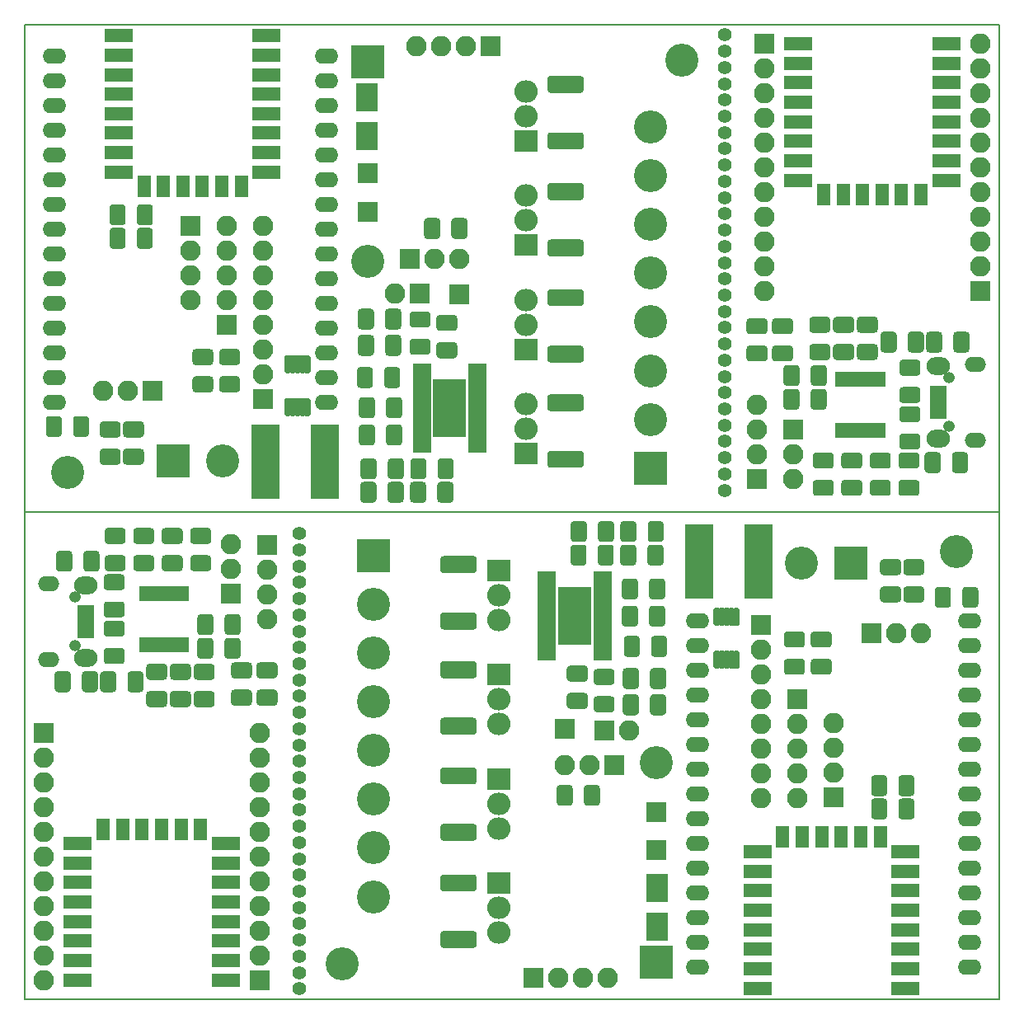
<source format=gbr>
%TF.GenerationSoftware,KiCad,Pcbnew,5.1.6-c6e7f7d~87~ubuntu20.04.1*%
%TF.CreationDate,2020-10-04T13:32:25-03:00*%
%TF.ProjectId,Placa tesis,506c6163-6120-4746-9573-69732e6b6963,rev?*%
%TF.SameCoordinates,Original*%
%TF.FileFunction,Soldermask,Top*%
%TF.FilePolarity,Negative*%
%FSLAX46Y46*%
G04 Gerber Fmt 4.6, Leading zero omitted, Abs format (unit mm)*
G04 Created by KiCad (PCBNEW 5.1.6-c6e7f7d~87~ubuntu20.04.1) date 2020-10-04 13:32:25*
%MOMM*%
%LPD*%
G01*
G04 APERTURE LIST*
%TA.AperFunction,Profile*%
%ADD10C,0.150000*%
%TD*%
%ADD11C,0.150000*%
%ADD12C,1.400000*%
%ADD13R,3.400000X3.400000*%
%ADD14C,3.400000*%
%ADD15R,2.100000X2.100000*%
%ADD16O,1.200000X1.200000*%
%ADD17O,2.200000X1.550000*%
%ADD18O,2.400000X1.850000*%
%ADD19R,1.700000X0.850000*%
%ADD20O,2.100000X2.100000*%
%ADD21R,0.800000X1.600000*%
%ADD22O,2.400000X1.600000*%
%ADD23O,2.400000X2.305000*%
%ADD24R,2.400000X2.305000*%
%ADD25R,1.822400X0.755600*%
%ADD26R,3.397200X5.911800*%
%ADD27R,2.200000X2.900000*%
%ADD28R,2.850000X7.590000*%
%ADD29R,2.900000X1.400000*%
%ADD30R,1.400000X2.200000*%
G04 APERTURE END LIST*
D10*
X82804000Y-141408200D02*
X182805200Y-141406200D01*
D11*
X82804000Y-91414600D02*
X182803800Y-91414600D01*
D10*
X82804000Y-91414600D02*
X82804000Y-141408200D01*
X182803800Y-91414600D02*
X182805200Y-141406200D01*
X182803800Y-41395600D02*
X82802600Y-41397600D01*
X82804000Y-91414600D02*
X82802600Y-41397600D01*
X182803800Y-91414600D02*
X182803800Y-41395600D01*
D12*
%TO.C,REF\u002A\u002A*%
X110972600Y-140378874D03*
%TD*%
%TO.C,REF\u002A\u002A*%
X110972600Y-132030244D03*
%TD*%
%TO.C,REF\u002A\u002A*%
X110972600Y-135369696D03*
%TD*%
%TO.C,REF\u002A\u002A*%
X110972600Y-105314628D03*
%TD*%
%TO.C,REF\u002A\u002A*%
X110972600Y-101975176D03*
%TD*%
%TO.C,REF\u002A\u002A*%
X110972600Y-98635724D03*
%TD*%
D13*
%TO.C,BT1*%
X147605200Y-137606200D03*
D14*
X147605200Y-117116200D03*
%TD*%
D12*
%TO.C,REF\u002A\u002A*%
X110972600Y-108654080D03*
%TD*%
%TO.C,REF\u002A\u002A*%
X110972600Y-125351340D03*
%TD*%
%TO.C,REF\u002A\u002A*%
X110972600Y-113663258D03*
%TD*%
%TO.C,REF\u002A\u002A*%
X110972600Y-115332984D03*
%TD*%
%TO.C,REF\u002A\u002A*%
X110972600Y-128690792D03*
%TD*%
%TO.C,REF\u002A\u002A*%
X110972600Y-110323806D03*
%TD*%
%TO.C,REF\u002A\u002A*%
X110972600Y-120342162D03*
%TD*%
%TO.C,REF\u002A\u002A*%
X110972600Y-96965998D03*
%TD*%
%TO.C,REF\u002A\u002A*%
X110972600Y-138709148D03*
%TD*%
%TO.C,REF\u002A\u002A*%
X110972600Y-127021066D03*
%TD*%
D15*
%TO.C,J12*%
X147624800Y-122250200D03*
%TD*%
D16*
%TO.C,J11*%
X87947400Y-105166800D03*
X87947400Y-100166800D03*
D17*
X85197400Y-106541800D03*
X85197400Y-98791800D03*
D18*
X88997400Y-106391800D03*
X88997400Y-98941800D03*
D19*
X89047400Y-103966800D03*
X89047400Y-103316800D03*
X89047400Y-102666800D03*
X89047400Y-102016800D03*
X89047400Y-101366800D03*
%TD*%
D12*
%TO.C,REF\u002A\u002A*%
X110972600Y-100305450D03*
%TD*%
%TO.C,R11*%
G36*
G01*
X91203000Y-100597200D02*
X92693000Y-100597200D01*
G75*
G02*
X93023000Y-100927200I0J-330000D01*
G01*
X93023000Y-101917200D01*
G75*
G02*
X92693000Y-102247200I-330000J0D01*
G01*
X91203000Y-102247200D01*
G75*
G02*
X90873000Y-101917200I0J330000D01*
G01*
X90873000Y-100927200D01*
G75*
G02*
X91203000Y-100597200I330000J0D01*
G01*
G37*
G36*
G01*
X91203000Y-97797200D02*
X92693000Y-97797200D01*
G75*
G02*
X93023000Y-98127200I0J-330000D01*
G01*
X93023000Y-99117200D01*
G75*
G02*
X92693000Y-99447200I-330000J0D01*
G01*
X91203000Y-99447200D01*
G75*
G02*
X90873000Y-99117200I0J330000D01*
G01*
X90873000Y-98127200D01*
G75*
G02*
X91203000Y-97797200I330000J0D01*
G01*
G37*
%TD*%
D20*
%TO.C,J2*%
X107670600Y-102387400D03*
X107670600Y-99847400D03*
X107670600Y-97307400D03*
D15*
X107670600Y-94767400D03*
%TD*%
%TO.C,R28*%
G36*
G01*
X92693000Y-107025400D02*
X91203000Y-107025400D01*
G75*
G02*
X90873000Y-106695400I0J330000D01*
G01*
X90873000Y-105705400D01*
G75*
G02*
X91203000Y-105375400I330000J0D01*
G01*
X92693000Y-105375400D01*
G75*
G02*
X93023000Y-105705400I0J-330000D01*
G01*
X93023000Y-106695400D01*
G75*
G02*
X92693000Y-107025400I-330000J0D01*
G01*
G37*
G36*
G01*
X92693000Y-104225400D02*
X91203000Y-104225400D01*
G75*
G02*
X90873000Y-103895400I0J330000D01*
G01*
X90873000Y-102905400D01*
G75*
G02*
X91203000Y-102575400I330000J0D01*
G01*
X92693000Y-102575400D01*
G75*
G02*
X93023000Y-102905400I0J-330000D01*
G01*
X93023000Y-103895400D01*
G75*
G02*
X92693000Y-104225400I-330000J0D01*
G01*
G37*
%TD*%
%TO.C,R33*%
G36*
G01*
X94234066Y-93047400D02*
X95724066Y-93047400D01*
G75*
G02*
X96054066Y-93377400I0J-330000D01*
G01*
X96054066Y-94367400D01*
G75*
G02*
X95724066Y-94697400I-330000J0D01*
G01*
X94234066Y-94697400D01*
G75*
G02*
X93904066Y-94367400I0J330000D01*
G01*
X93904066Y-93377400D01*
G75*
G02*
X94234066Y-93047400I330000J0D01*
G01*
G37*
G36*
G01*
X94234066Y-95847400D02*
X95724066Y-95847400D01*
G75*
G02*
X96054066Y-96177400I0J-330000D01*
G01*
X96054066Y-97167400D01*
G75*
G02*
X95724066Y-97497400I-330000J0D01*
G01*
X94234066Y-97497400D01*
G75*
G02*
X93904066Y-97167400I0J330000D01*
G01*
X93904066Y-96177400D01*
G75*
G02*
X94234066Y-95847400I330000J0D01*
G01*
G37*
%TD*%
D20*
%TO.C,J9*%
X103936800Y-94742000D03*
X103936800Y-97282000D03*
D15*
X103936800Y-99822000D03*
%TD*%
D12*
%TO.C,REF\u002A\u002A*%
X110972600Y-95296272D03*
%TD*%
%TO.C,R30*%
G36*
G01*
X100093000Y-95847400D02*
X101583000Y-95847400D01*
G75*
G02*
X101913000Y-96177400I0J-330000D01*
G01*
X101913000Y-97167400D01*
G75*
G02*
X101583000Y-97497400I-330000J0D01*
G01*
X100093000Y-97497400D01*
G75*
G02*
X99763000Y-97167400I0J330000D01*
G01*
X99763000Y-96177400D01*
G75*
G02*
X100093000Y-95847400I330000J0D01*
G01*
G37*
G36*
G01*
X100093000Y-93047400D02*
X101583000Y-93047400D01*
G75*
G02*
X101913000Y-93377400I0J-330000D01*
G01*
X101913000Y-94367400D01*
G75*
G02*
X101583000Y-94697400I-330000J0D01*
G01*
X100093000Y-94697400D01*
G75*
G02*
X99763000Y-94367400I0J330000D01*
G01*
X99763000Y-93377400D01*
G75*
G02*
X100093000Y-93047400I330000J0D01*
G01*
G37*
%TD*%
D15*
%TO.C,J10*%
X147624800Y-126161800D03*
%TD*%
%TO.C,R35*%
G36*
G01*
X91304600Y-95847400D02*
X92794600Y-95847400D01*
G75*
G02*
X93124600Y-96177400I0J-330000D01*
G01*
X93124600Y-97167400D01*
G75*
G02*
X92794600Y-97497400I-330000J0D01*
G01*
X91304600Y-97497400D01*
G75*
G02*
X90974600Y-97167400I0J330000D01*
G01*
X90974600Y-96177400D01*
G75*
G02*
X91304600Y-95847400I330000J0D01*
G01*
G37*
G36*
G01*
X91304600Y-93047400D02*
X92794600Y-93047400D01*
G75*
G02*
X93124600Y-93377400I0J-330000D01*
G01*
X93124600Y-94367400D01*
G75*
G02*
X92794600Y-94697400I-330000J0D01*
G01*
X91304600Y-94697400D01*
G75*
G02*
X90974600Y-94367400I0J330000D01*
G01*
X90974600Y-93377400D01*
G75*
G02*
X91304600Y-93047400I330000J0D01*
G01*
G37*
%TD*%
%TO.C,C15*%
G36*
G01*
X87636200Y-95724200D02*
X87636200Y-97214200D01*
G75*
G02*
X87306200Y-97544200I-330000J0D01*
G01*
X86316200Y-97544200D01*
G75*
G02*
X85986200Y-97214200I0J330000D01*
G01*
X85986200Y-95724200D01*
G75*
G02*
X86316200Y-95394200I330000J0D01*
G01*
X87306200Y-95394200D01*
G75*
G02*
X87636200Y-95724200I0J-330000D01*
G01*
G37*
G36*
G01*
X90436200Y-95724200D02*
X90436200Y-97214200D01*
G75*
G02*
X90106200Y-97544200I-330000J0D01*
G01*
X89116200Y-97544200D01*
G75*
G02*
X88786200Y-97214200I0J330000D01*
G01*
X88786200Y-95724200D01*
G75*
G02*
X89116200Y-95394200I330000J0D01*
G01*
X90106200Y-95394200D01*
G75*
G02*
X90436200Y-95724200I0J-330000D01*
G01*
G37*
%TD*%
%TO.C,Tx2*%
G36*
G01*
X106900200Y-106845600D02*
X108390200Y-106845600D01*
G75*
G02*
X108720200Y-107175600I0J-330000D01*
G01*
X108720200Y-108165600D01*
G75*
G02*
X108390200Y-108495600I-330000J0D01*
G01*
X106900200Y-108495600D01*
G75*
G02*
X106570200Y-108165600I0J330000D01*
G01*
X106570200Y-107175600D01*
G75*
G02*
X106900200Y-106845600I330000J0D01*
G01*
G37*
G36*
G01*
X106900200Y-109645600D02*
X108390200Y-109645600D01*
G75*
G02*
X108720200Y-109975600I0J-330000D01*
G01*
X108720200Y-110965600D01*
G75*
G02*
X108390200Y-111295600I-330000J0D01*
G01*
X106900200Y-111295600D01*
G75*
G02*
X106570200Y-110965600I0J330000D01*
G01*
X106570200Y-109975600D01*
G75*
G02*
X106900200Y-109645600I330000J0D01*
G01*
G37*
%TD*%
D12*
%TO.C,REF\u002A\u002A*%
X110972600Y-123681614D03*
%TD*%
%TO.C,REF\u002A\u002A*%
X110972600Y-133699970D03*
%TD*%
%TO.C,REF\u002A\u002A*%
X110972600Y-130360518D03*
%TD*%
%TO.C,R34*%
G36*
G01*
X97163532Y-95847400D02*
X98653532Y-95847400D01*
G75*
G02*
X98983532Y-96177400I0J-330000D01*
G01*
X98983532Y-97167400D01*
G75*
G02*
X98653532Y-97497400I-330000J0D01*
G01*
X97163532Y-97497400D01*
G75*
G02*
X96833532Y-97167400I0J330000D01*
G01*
X96833532Y-96177400D01*
G75*
G02*
X97163532Y-95847400I330000J0D01*
G01*
G37*
G36*
G01*
X97163532Y-93047400D02*
X98653532Y-93047400D01*
G75*
G02*
X98983532Y-93377400I0J-330000D01*
G01*
X98983532Y-94367400D01*
G75*
G02*
X98653532Y-94697400I-330000J0D01*
G01*
X97163532Y-94697400D01*
G75*
G02*
X96833532Y-94367400I0J330000D01*
G01*
X96833532Y-93377400D01*
G75*
G02*
X97163532Y-93047400I330000J0D01*
G01*
G37*
%TD*%
%TO.C,REF\u002A\u002A*%
X110972600Y-118672436D03*
%TD*%
%TO.C,C11*%
G36*
G01*
X100448600Y-106998000D02*
X101938600Y-106998000D01*
G75*
G02*
X102268600Y-107328000I0J-330000D01*
G01*
X102268600Y-108318000D01*
G75*
G02*
X101938600Y-108648000I-330000J0D01*
G01*
X100448600Y-108648000D01*
G75*
G02*
X100118600Y-108318000I0J330000D01*
G01*
X100118600Y-107328000D01*
G75*
G02*
X100448600Y-106998000I330000J0D01*
G01*
G37*
G36*
G01*
X100448600Y-109798000D02*
X101938600Y-109798000D01*
G75*
G02*
X102268600Y-110128000I0J-330000D01*
G01*
X102268600Y-111118000D01*
G75*
G02*
X101938600Y-111448000I-330000J0D01*
G01*
X100448600Y-111448000D01*
G75*
G02*
X100118600Y-111118000I0J330000D01*
G01*
X100118600Y-110128000D01*
G75*
G02*
X100448600Y-109798000I330000J0D01*
G01*
G37*
%TD*%
%TO.C,C12*%
G36*
G01*
X98010200Y-109798000D02*
X99500200Y-109798000D01*
G75*
G02*
X99830200Y-110128000I0J-330000D01*
G01*
X99830200Y-111118000D01*
G75*
G02*
X99500200Y-111448000I-330000J0D01*
G01*
X98010200Y-111448000D01*
G75*
G02*
X97680200Y-111118000I0J330000D01*
G01*
X97680200Y-110128000D01*
G75*
G02*
X98010200Y-109798000I330000J0D01*
G01*
G37*
G36*
G01*
X98010200Y-106998000D02*
X99500200Y-106998000D01*
G75*
G02*
X99830200Y-107328000I0J-330000D01*
G01*
X99830200Y-108318000D01*
G75*
G02*
X99500200Y-108648000I-330000J0D01*
G01*
X98010200Y-108648000D01*
G75*
G02*
X97680200Y-108318000I0J330000D01*
G01*
X97680200Y-107328000D01*
G75*
G02*
X98010200Y-106998000I330000J0D01*
G01*
G37*
%TD*%
%TO.C,REF\u002A\u002A*%
X110972600Y-122011888D03*
%TD*%
%TO.C,REF\u002A\u002A*%
X110972600Y-111993532D03*
%TD*%
D21*
%TO.C,U9*%
X99275900Y-105012800D03*
X98640900Y-105012800D03*
X98005900Y-105012800D03*
X97370900Y-105012800D03*
X96735900Y-105012800D03*
X96100900Y-105012800D03*
X95465900Y-105012800D03*
X94830900Y-105012800D03*
X94830900Y-99812800D03*
X95465900Y-99812800D03*
X96100900Y-99812800D03*
X96735900Y-99812800D03*
X97370900Y-99812800D03*
X98005900Y-99812800D03*
X98640900Y-99812800D03*
X99275900Y-99812800D03*
%TD*%
D12*
%TO.C,REF\u002A\u002A*%
X110972600Y-117002710D03*
%TD*%
%TO.C,C13*%
G36*
G01*
X95571800Y-106998000D02*
X97061800Y-106998000D01*
G75*
G02*
X97391800Y-107328000I0J-330000D01*
G01*
X97391800Y-108318000D01*
G75*
G02*
X97061800Y-108648000I-330000J0D01*
G01*
X95571800Y-108648000D01*
G75*
G02*
X95241800Y-108318000I0J330000D01*
G01*
X95241800Y-107328000D01*
G75*
G02*
X95571800Y-106998000I330000J0D01*
G01*
G37*
G36*
G01*
X95571800Y-109798000D02*
X97061800Y-109798000D01*
G75*
G02*
X97391800Y-110128000I0J-330000D01*
G01*
X97391800Y-111118000D01*
G75*
G02*
X97061800Y-111448000I-330000J0D01*
G01*
X95571800Y-111448000D01*
G75*
G02*
X95241800Y-111118000I0J330000D01*
G01*
X95241800Y-110128000D01*
G75*
G02*
X95571800Y-109798000I330000J0D01*
G01*
G37*
%TD*%
%TO.C,Rx2*%
G36*
G01*
X104284000Y-109645600D02*
X105774000Y-109645600D01*
G75*
G02*
X106104000Y-109975600I0J-330000D01*
G01*
X106104000Y-110965600D01*
G75*
G02*
X105774000Y-111295600I-330000J0D01*
G01*
X104284000Y-111295600D01*
G75*
G02*
X103954000Y-110965600I0J330000D01*
G01*
X103954000Y-109975600D01*
G75*
G02*
X104284000Y-109645600I330000J0D01*
G01*
G37*
G36*
G01*
X104284000Y-106845600D02*
X105774000Y-106845600D01*
G75*
G02*
X106104000Y-107175600I0J-330000D01*
G01*
X106104000Y-108165600D01*
G75*
G02*
X105774000Y-108495600I-330000J0D01*
G01*
X104284000Y-108495600D01*
G75*
G02*
X103954000Y-108165600I0J330000D01*
G01*
X103954000Y-107175600D01*
G75*
G02*
X104284000Y-106845600I330000J0D01*
G01*
G37*
%TD*%
%TO.C,R32*%
G36*
G01*
X104942600Y-102226600D02*
X104942600Y-103716600D01*
G75*
G02*
X104612600Y-104046600I-330000J0D01*
G01*
X103622600Y-104046600D01*
G75*
G02*
X103292600Y-103716600I0J330000D01*
G01*
X103292600Y-102226600D01*
G75*
G02*
X103622600Y-101896600I330000J0D01*
G01*
X104612600Y-101896600D01*
G75*
G02*
X104942600Y-102226600I0J-330000D01*
G01*
G37*
G36*
G01*
X102142600Y-102226600D02*
X102142600Y-103716600D01*
G75*
G02*
X101812600Y-104046600I-330000J0D01*
G01*
X100822600Y-104046600D01*
G75*
G02*
X100492600Y-103716600I0J330000D01*
G01*
X100492600Y-102226600D01*
G75*
G02*
X100822600Y-101896600I330000J0D01*
G01*
X101812600Y-101896600D01*
G75*
G02*
X102142600Y-102226600I0J-330000D01*
G01*
G37*
%TD*%
%TO.C,REF\u002A\u002A*%
X110972600Y-137039422D03*
%TD*%
%TO.C,REF\u002A\u002A*%
X110972600Y-93626546D03*
%TD*%
%TO.C,REF\u002A\u002A*%
X110972600Y-106984354D03*
%TD*%
%TO.C,REF\u002A\u002A*%
X110972600Y-103644902D03*
%TD*%
%TO.C,C16*%
G36*
G01*
X94957400Y-108094000D02*
X94957400Y-109584000D01*
G75*
G02*
X94627400Y-109914000I-330000J0D01*
G01*
X93637400Y-109914000D01*
G75*
G02*
X93307400Y-109584000I0J330000D01*
G01*
X93307400Y-108094000D01*
G75*
G02*
X93637400Y-107764000I330000J0D01*
G01*
X94627400Y-107764000D01*
G75*
G02*
X94957400Y-108094000I0J-330000D01*
G01*
G37*
G36*
G01*
X92157400Y-108094000D02*
X92157400Y-109584000D01*
G75*
G02*
X91827400Y-109914000I-330000J0D01*
G01*
X90837400Y-109914000D01*
G75*
G02*
X90507400Y-109584000I0J330000D01*
G01*
X90507400Y-108094000D01*
G75*
G02*
X90837400Y-107764000I330000J0D01*
G01*
X91827400Y-107764000D01*
G75*
G02*
X92157400Y-108094000I0J-330000D01*
G01*
G37*
%TD*%
%TO.C,R31*%
G36*
G01*
X104920200Y-104665000D02*
X104920200Y-106155000D01*
G75*
G02*
X104590200Y-106485000I-330000J0D01*
G01*
X103600200Y-106485000D01*
G75*
G02*
X103270200Y-106155000I0J330000D01*
G01*
X103270200Y-104665000D01*
G75*
G02*
X103600200Y-104335000I330000J0D01*
G01*
X104590200Y-104335000D01*
G75*
G02*
X104920200Y-104665000I0J-330000D01*
G01*
G37*
G36*
G01*
X102120200Y-104665000D02*
X102120200Y-106155000D01*
G75*
G02*
X101790200Y-106485000I-330000J0D01*
G01*
X100800200Y-106485000D01*
G75*
G02*
X100470200Y-106155000I0J330000D01*
G01*
X100470200Y-104665000D01*
G75*
G02*
X100800200Y-104335000I330000J0D01*
G01*
X101790200Y-104335000D01*
G75*
G02*
X102120200Y-104665000I0J-330000D01*
G01*
G37*
%TD*%
D22*
%TO.C,U2*%
X151861200Y-138176000D03*
X179761200Y-138176000D03*
X151861200Y-135636000D03*
X179761200Y-135636000D03*
X151861200Y-133096000D03*
X179761200Y-133096000D03*
X151861200Y-130556000D03*
X179761200Y-130556000D03*
X151861200Y-128016000D03*
X179761200Y-128016000D03*
X151861200Y-125476000D03*
X179761200Y-125476000D03*
X151861200Y-122936000D03*
X179761200Y-122936000D03*
X151861200Y-120396000D03*
X179761200Y-120396000D03*
X151861200Y-117856000D03*
X179761200Y-117856000D03*
X151861200Y-115316000D03*
X179761200Y-115316000D03*
X151861200Y-112776000D03*
X179761200Y-112776000D03*
X151861200Y-110236000D03*
X179761200Y-110236000D03*
X151861200Y-107696000D03*
X179761200Y-107696000D03*
X151861200Y-105156000D03*
X179761200Y-105156000D03*
X151861200Y-102616000D03*
X179761200Y-102616000D03*
%TD*%
D15*
%TO.C,TH1*%
X142316200Y-113868200D03*
D20*
X144856200Y-113868200D03*
%TD*%
D23*
%TO.C,Q4*%
X131405200Y-102486200D03*
X131405200Y-99946200D03*
D24*
X131405200Y-97406200D03*
%TD*%
D15*
%TO.C,J1*%
X169690200Y-103824200D03*
D20*
X172230200Y-103824200D03*
X174770200Y-103824200D03*
%TD*%
D14*
%TO.C,REF\u002A\u002A*%
X178460400Y-95478600D03*
%TD*%
D25*
%TO.C,U4*%
X142074500Y-106287100D03*
X142074500Y-105652100D03*
X142074500Y-104991700D03*
X142074500Y-104356700D03*
X142074500Y-103696300D03*
X142074500Y-103035900D03*
X142074500Y-102400900D03*
X142074500Y-101740500D03*
X142074500Y-101105500D03*
X142074500Y-100445100D03*
X142074500Y-99784700D03*
X142074500Y-99149700D03*
X142074500Y-98489300D03*
X142074500Y-97854300D03*
X136384900Y-97854300D03*
X136384900Y-98489300D03*
X136384900Y-99149700D03*
X136384900Y-99784700D03*
X136384900Y-100445100D03*
X136384900Y-101105500D03*
X136384900Y-101740500D03*
X136384900Y-102400900D03*
X136384900Y-103035900D03*
X136384900Y-103696300D03*
X136384900Y-104356700D03*
X136384900Y-104991700D03*
X136384900Y-105652100D03*
X136384900Y-106287100D03*
D26*
X139229700Y-102070700D03*
%TD*%
%TO.C,R7*%
G36*
G01*
X141605600Y-96579800D02*
X141605600Y-95089800D01*
G75*
G02*
X141935600Y-94759800I330000J0D01*
G01*
X142925600Y-94759800D01*
G75*
G02*
X143255600Y-95089800I0J-330000D01*
G01*
X143255600Y-96579800D01*
G75*
G02*
X142925600Y-96909800I-330000J0D01*
G01*
X141935600Y-96909800D01*
G75*
G02*
X141605600Y-96579800I0J330000D01*
G01*
G37*
G36*
G01*
X138805600Y-96579800D02*
X138805600Y-95089800D01*
G75*
G02*
X139135600Y-94759800I330000J0D01*
G01*
X140125600Y-94759800D01*
G75*
G02*
X140455600Y-95089800I0J-330000D01*
G01*
X140455600Y-96579800D01*
G75*
G02*
X140125600Y-96909800I-330000J0D01*
G01*
X139135600Y-96909800D01*
G75*
G02*
X138805600Y-96579800I0J330000D01*
G01*
G37*
%TD*%
D14*
%TO.C,J3*%
X162483800Y-96621600D03*
D13*
X167563800Y-96621600D03*
%TD*%
D24*
%TO.C,Q1*%
X131405200Y-129506200D03*
D23*
X131405200Y-132046200D03*
X131405200Y-134586200D03*
%TD*%
%TO.C,R15*%
G36*
G01*
X179032400Y-100922600D02*
X179032400Y-99432600D01*
G75*
G02*
X179362400Y-99102600I330000J0D01*
G01*
X180352400Y-99102600D01*
G75*
G02*
X180682400Y-99432600I0J-330000D01*
G01*
X180682400Y-100922600D01*
G75*
G02*
X180352400Y-101252600I-330000J0D01*
G01*
X179362400Y-101252600D01*
G75*
G02*
X179032400Y-100922600I0J330000D01*
G01*
G37*
G36*
G01*
X176232400Y-100922600D02*
X176232400Y-99432600D01*
G75*
G02*
X176562400Y-99102600I330000J0D01*
G01*
X177552400Y-99102600D01*
G75*
G02*
X177882400Y-99432600I0J-330000D01*
G01*
X177882400Y-100922600D01*
G75*
G02*
X177552400Y-101252600I-330000J0D01*
G01*
X176562400Y-101252600D01*
G75*
G02*
X176232400Y-100922600I0J330000D01*
G01*
G37*
%TD*%
%TO.C,C10*%
G36*
G01*
X165300200Y-108131200D02*
X163810200Y-108131200D01*
G75*
G02*
X163480200Y-107801200I0J330000D01*
G01*
X163480200Y-106811200D01*
G75*
G02*
X163810200Y-106481200I330000J0D01*
G01*
X165300200Y-106481200D01*
G75*
G02*
X165630200Y-106811200I0J-330000D01*
G01*
X165630200Y-107801200D01*
G75*
G02*
X165300200Y-108131200I-330000J0D01*
G01*
G37*
G36*
G01*
X165300200Y-105331200D02*
X163810200Y-105331200D01*
G75*
G02*
X163480200Y-105001200I0J330000D01*
G01*
X163480200Y-104011200D01*
G75*
G02*
X163810200Y-103681200I330000J0D01*
G01*
X165300200Y-103681200D01*
G75*
G02*
X165630200Y-104011200I0J-330000D01*
G01*
X165630200Y-105001200D01*
G75*
G02*
X165300200Y-105331200I-330000J0D01*
G01*
G37*
%TD*%
D20*
%TO.C,J13*%
X162105200Y-120786200D03*
X162105200Y-118246200D03*
X162105200Y-115706200D03*
X162105200Y-113166200D03*
D15*
X162105200Y-110626200D03*
%TD*%
D20*
%TO.C,J15*%
X165805200Y-113126200D03*
X165805200Y-115666200D03*
X165805200Y-118206200D03*
D15*
X165805200Y-120746200D03*
%TD*%
%TO.C,R24*%
G36*
G01*
X170933600Y-99047800D02*
X172423600Y-99047800D01*
G75*
G02*
X172753600Y-99377800I0J-330000D01*
G01*
X172753600Y-100367800D01*
G75*
G02*
X172423600Y-100697800I-330000J0D01*
G01*
X170933600Y-100697800D01*
G75*
G02*
X170603600Y-100367800I0J330000D01*
G01*
X170603600Y-99377800D01*
G75*
G02*
X170933600Y-99047800I330000J0D01*
G01*
G37*
G36*
G01*
X170933600Y-96247800D02*
X172423600Y-96247800D01*
G75*
G02*
X172753600Y-96577800I0J-330000D01*
G01*
X172753600Y-97567800D01*
G75*
G02*
X172423600Y-97897800I-330000J0D01*
G01*
X170933600Y-97897800D01*
G75*
G02*
X170603600Y-97567800I0J330000D01*
G01*
X170603600Y-96577800D01*
G75*
G02*
X170933600Y-96247800I330000J0D01*
G01*
G37*
%TD*%
D27*
%TO.C,D5*%
X147705200Y-130006200D03*
X147705200Y-134006200D03*
%TD*%
%TO.C,R10*%
G36*
G01*
X141510200Y-107531200D02*
X143000200Y-107531200D01*
G75*
G02*
X143330200Y-107861200I0J-330000D01*
G01*
X143330200Y-108851200D01*
G75*
G02*
X143000200Y-109181200I-330000J0D01*
G01*
X141510200Y-109181200D01*
G75*
G02*
X141180200Y-108851200I0J330000D01*
G01*
X141180200Y-107861200D01*
G75*
G02*
X141510200Y-107531200I330000J0D01*
G01*
G37*
G36*
G01*
X141510200Y-110331200D02*
X143000200Y-110331200D01*
G75*
G02*
X143330200Y-110661200I0J-330000D01*
G01*
X143330200Y-111651200D01*
G75*
G02*
X143000200Y-111981200I-330000J0D01*
G01*
X141510200Y-111981200D01*
G75*
G02*
X141180200Y-111651200I0J330000D01*
G01*
X141180200Y-110661200D01*
G75*
G02*
X141510200Y-110331200I330000J0D01*
G01*
G37*
%TD*%
D23*
%TO.C,Q2*%
X131405200Y-123886200D03*
X131405200Y-121346200D03*
D24*
X131405200Y-118806200D03*
%TD*%
%TO.C,C3*%
G36*
G01*
X146880200Y-102851200D02*
X146880200Y-101361200D01*
G75*
G02*
X147210200Y-101031200I330000J0D01*
G01*
X148200200Y-101031200D01*
G75*
G02*
X148530200Y-101361200I0J-330000D01*
G01*
X148530200Y-102851200D01*
G75*
G02*
X148200200Y-103181200I-330000J0D01*
G01*
X147210200Y-103181200D01*
G75*
G02*
X146880200Y-102851200I0J330000D01*
G01*
G37*
G36*
G01*
X144080200Y-102851200D02*
X144080200Y-101361200D01*
G75*
G02*
X144410200Y-101031200I330000J0D01*
G01*
X145400200Y-101031200D01*
G75*
G02*
X145730200Y-101361200I0J-330000D01*
G01*
X145730200Y-102851200D01*
G75*
G02*
X145400200Y-103181200I-330000J0D01*
G01*
X144410200Y-103181200D01*
G75*
G02*
X144080200Y-102851200I0J330000D01*
G01*
G37*
%TD*%
D23*
%TO.C,Q3*%
X131405200Y-113186200D03*
X131405200Y-110646200D03*
D24*
X131405200Y-108106200D03*
%TD*%
%TO.C,R2*%
G36*
G01*
X147080200Y-105951200D02*
X147080200Y-104461200D01*
G75*
G02*
X147410200Y-104131200I330000J0D01*
G01*
X148400200Y-104131200D01*
G75*
G02*
X148730200Y-104461200I0J-330000D01*
G01*
X148730200Y-105951200D01*
G75*
G02*
X148400200Y-106281200I-330000J0D01*
G01*
X147410200Y-106281200D01*
G75*
G02*
X147080200Y-105951200I0J330000D01*
G01*
G37*
G36*
G01*
X144280200Y-105951200D02*
X144280200Y-104461200D01*
G75*
G02*
X144610200Y-104131200I330000J0D01*
G01*
X145600200Y-104131200D01*
G75*
G02*
X145930200Y-104461200I0J-330000D01*
G01*
X145930200Y-105951200D01*
G75*
G02*
X145600200Y-106281200I-330000J0D01*
G01*
X144610200Y-106281200D01*
G75*
G02*
X144280200Y-105951200I0J330000D01*
G01*
G37*
%TD*%
%TO.C,R3*%
G36*
G01*
X128856127Y-136181200D02*
X125754273Y-136181200D01*
G75*
G02*
X125430200Y-135857127I0J324073D01*
G01*
X125430200Y-134755273D01*
G75*
G02*
X125754273Y-134431200I324073J0D01*
G01*
X128856127Y-134431200D01*
G75*
G02*
X129180200Y-134755273I0J-324073D01*
G01*
X129180200Y-135857127D01*
G75*
G02*
X128856127Y-136181200I-324073J0D01*
G01*
G37*
G36*
G01*
X128856127Y-130381200D02*
X125754273Y-130381200D01*
G75*
G02*
X125430200Y-130057127I0J324073D01*
G01*
X125430200Y-128955273D01*
G75*
G02*
X125754273Y-128631200I324073J0D01*
G01*
X128856127Y-128631200D01*
G75*
G02*
X129180200Y-128955273I0J-324073D01*
G01*
X129180200Y-130057127D01*
G75*
G02*
X128856127Y-130381200I-324073J0D01*
G01*
G37*
%TD*%
D28*
%TO.C,R12*%
X152005200Y-96520000D03*
X158105200Y-96520000D03*
%TD*%
%TO.C,R4*%
G36*
G01*
X128856127Y-119381200D02*
X125754273Y-119381200D01*
G75*
G02*
X125430200Y-119057127I0J324073D01*
G01*
X125430200Y-117955273D01*
G75*
G02*
X125754273Y-117631200I324073J0D01*
G01*
X128856127Y-117631200D01*
G75*
G02*
X129180200Y-117955273I0J-324073D01*
G01*
X129180200Y-119057127D01*
G75*
G02*
X128856127Y-119381200I-324073J0D01*
G01*
G37*
G36*
G01*
X128856127Y-125181200D02*
X125754273Y-125181200D01*
G75*
G02*
X125430200Y-124857127I0J324073D01*
G01*
X125430200Y-123755273D01*
G75*
G02*
X125754273Y-123431200I324073J0D01*
G01*
X128856127Y-123431200D01*
G75*
G02*
X129180200Y-123755273I0J-324073D01*
G01*
X129180200Y-124857127D01*
G75*
G02*
X128856127Y-125181200I-324073J0D01*
G01*
G37*
%TD*%
%TO.C,C2*%
G36*
G01*
X146880200Y-100051200D02*
X146880200Y-98561200D01*
G75*
G02*
X147210200Y-98231200I330000J0D01*
G01*
X148200200Y-98231200D01*
G75*
G02*
X148530200Y-98561200I0J-330000D01*
G01*
X148530200Y-100051200D01*
G75*
G02*
X148200200Y-100381200I-330000J0D01*
G01*
X147210200Y-100381200D01*
G75*
G02*
X146880200Y-100051200I0J330000D01*
G01*
G37*
G36*
G01*
X144080200Y-100051200D02*
X144080200Y-98561200D01*
G75*
G02*
X144410200Y-98231200I330000J0D01*
G01*
X145400200Y-98231200D01*
G75*
G02*
X145730200Y-98561200I0J-330000D01*
G01*
X145730200Y-100051200D01*
G75*
G02*
X145400200Y-100381200I-330000J0D01*
G01*
X144410200Y-100381200D01*
G75*
G02*
X144080200Y-100051200I0J330000D01*
G01*
G37*
%TD*%
D20*
%TO.C,J4*%
X138205200Y-117406200D03*
X140745200Y-117406200D03*
D15*
X143285200Y-117406200D03*
%TD*%
%TO.C,R6*%
G36*
G01*
X128856127Y-97681200D02*
X125754273Y-97681200D01*
G75*
G02*
X125430200Y-97357127I0J324073D01*
G01*
X125430200Y-96255273D01*
G75*
G02*
X125754273Y-95931200I324073J0D01*
G01*
X128856127Y-95931200D01*
G75*
G02*
X129180200Y-96255273I0J-324073D01*
G01*
X129180200Y-97357127D01*
G75*
G02*
X128856127Y-97681200I-324073J0D01*
G01*
G37*
G36*
G01*
X128856127Y-103481200D02*
X125754273Y-103481200D01*
G75*
G02*
X125430200Y-103157127I0J324073D01*
G01*
X125430200Y-102055273D01*
G75*
G02*
X125754273Y-101731200I324073J0D01*
G01*
X128856127Y-101731200D01*
G75*
G02*
X129180200Y-102055273I0J-324073D01*
G01*
X129180200Y-103157127D01*
G75*
G02*
X128856127Y-103481200I-324073J0D01*
G01*
G37*
%TD*%
%TO.C,J8*%
X84708400Y-114067400D03*
D20*
X84708400Y-116607400D03*
X84708400Y-119147400D03*
X84708400Y-121687400D03*
X84708400Y-124227400D03*
X84708400Y-126767400D03*
X84708400Y-129307400D03*
X84708400Y-131847400D03*
X84708400Y-134387400D03*
X84708400Y-136927400D03*
X84708400Y-139467400D03*
%TD*%
%TO.C,J7*%
X106908400Y-114067400D03*
X106908400Y-116607400D03*
X106908400Y-119147400D03*
X106908400Y-121687400D03*
X106908400Y-124227400D03*
X106908400Y-126767400D03*
X106908400Y-129307400D03*
X106908400Y-131847400D03*
X106908400Y-134387400D03*
X106908400Y-136927400D03*
D15*
X106908400Y-139467400D03*
%TD*%
%TO.C,C4*%
G36*
G01*
X146980200Y-109251200D02*
X146980200Y-107761200D01*
G75*
G02*
X147310200Y-107431200I330000J0D01*
G01*
X148300200Y-107431200D01*
G75*
G02*
X148630200Y-107761200I0J-330000D01*
G01*
X148630200Y-109251200D01*
G75*
G02*
X148300200Y-109581200I-330000J0D01*
G01*
X147310200Y-109581200D01*
G75*
G02*
X146980200Y-109251200I0J330000D01*
G01*
G37*
G36*
G01*
X144180200Y-109251200D02*
X144180200Y-107761200D01*
G75*
G02*
X144510200Y-107431200I330000J0D01*
G01*
X145500200Y-107431200D01*
G75*
G02*
X145830200Y-107761200I0J-330000D01*
G01*
X145830200Y-109251200D01*
G75*
G02*
X145500200Y-109581200I-330000J0D01*
G01*
X144510200Y-109581200D01*
G75*
G02*
X144180200Y-109251200I0J330000D01*
G01*
G37*
%TD*%
%TO.C,C14*%
G36*
G01*
X87483800Y-108094000D02*
X87483800Y-109584000D01*
G75*
G02*
X87153800Y-109914000I-330000J0D01*
G01*
X86163800Y-109914000D01*
G75*
G02*
X85833800Y-109584000I0J330000D01*
G01*
X85833800Y-108094000D01*
G75*
G02*
X86163800Y-107764000I330000J0D01*
G01*
X87153800Y-107764000D01*
G75*
G02*
X87483800Y-108094000I0J-330000D01*
G01*
G37*
G36*
G01*
X90283800Y-108094000D02*
X90283800Y-109584000D01*
G75*
G02*
X89953800Y-109914000I-330000J0D01*
G01*
X88963800Y-109914000D01*
G75*
G02*
X88633800Y-109584000I0J330000D01*
G01*
X88633800Y-108094000D01*
G75*
G02*
X88963800Y-107764000I330000J0D01*
G01*
X89953800Y-107764000D01*
G75*
G02*
X90283800Y-108094000I0J-330000D01*
G01*
G37*
%TD*%
D14*
%TO.C,J6*%
X118567200Y-130910400D03*
X118567200Y-125910400D03*
X118567200Y-120910400D03*
X118567200Y-115910400D03*
X118567200Y-110910400D03*
X118567200Y-105910400D03*
X118567200Y-100910400D03*
D13*
X118567200Y-95910400D03*
%TD*%
D29*
%TO.C,U5*%
X158005200Y-140306200D03*
X158005200Y-138306200D03*
X158005200Y-136306200D03*
X158005200Y-134306200D03*
X158005200Y-132306200D03*
X158005200Y-130306200D03*
X158005200Y-128306200D03*
X158005200Y-126306200D03*
D30*
X160605200Y-124806200D03*
X162605200Y-124806200D03*
X164605200Y-124806200D03*
X166605200Y-124806200D03*
X168605200Y-124806200D03*
X170605200Y-124806200D03*
D29*
X173205200Y-126306200D03*
X173205200Y-128306200D03*
X173205200Y-130306200D03*
X173205200Y-132306200D03*
X173205200Y-134306200D03*
X173205200Y-136306200D03*
X173205200Y-138306200D03*
X173205200Y-140306200D03*
%TD*%
D14*
%TO.C,REF\u002A\u002A*%
X115392200Y-137795000D03*
%TD*%
%TO.C,R26*%
G36*
G01*
X140180200Y-121251200D02*
X140180200Y-119761200D01*
G75*
G02*
X140510200Y-119431200I330000J0D01*
G01*
X141500200Y-119431200D01*
G75*
G02*
X141830200Y-119761200I0J-330000D01*
G01*
X141830200Y-121251200D01*
G75*
G02*
X141500200Y-121581200I-330000J0D01*
G01*
X140510200Y-121581200D01*
G75*
G02*
X140180200Y-121251200I0J330000D01*
G01*
G37*
G36*
G01*
X137380200Y-121251200D02*
X137380200Y-119761200D01*
G75*
G02*
X137710200Y-119431200I330000J0D01*
G01*
X138700200Y-119431200D01*
G75*
G02*
X139030200Y-119761200I0J-330000D01*
G01*
X139030200Y-121251200D01*
G75*
G02*
X138700200Y-121581200I-330000J0D01*
G01*
X137710200Y-121581200D01*
G75*
G02*
X137380200Y-121251200I0J330000D01*
G01*
G37*
%TD*%
%TO.C,R9*%
G36*
G01*
X140481000Y-92674000D02*
X140481000Y-94164000D01*
G75*
G02*
X140151000Y-94494000I-330000J0D01*
G01*
X139161000Y-94494000D01*
G75*
G02*
X138831000Y-94164000I0J330000D01*
G01*
X138831000Y-92674000D01*
G75*
G02*
X139161000Y-92344000I330000J0D01*
G01*
X140151000Y-92344000D01*
G75*
G02*
X140481000Y-92674000I0J-330000D01*
G01*
G37*
G36*
G01*
X143281000Y-92674000D02*
X143281000Y-94164000D01*
G75*
G02*
X142951000Y-94494000I-330000J0D01*
G01*
X141961000Y-94494000D01*
G75*
G02*
X141631000Y-94164000I0J330000D01*
G01*
X141631000Y-92674000D01*
G75*
G02*
X141961000Y-92344000I330000J0D01*
G01*
X142951000Y-92344000D01*
G75*
G02*
X143281000Y-92674000I0J-330000D01*
G01*
G37*
%TD*%
%TO.C,R5*%
G36*
G01*
X128856127Y-108481200D02*
X125754273Y-108481200D01*
G75*
G02*
X125430200Y-108157127I0J324073D01*
G01*
X125430200Y-107055273D01*
G75*
G02*
X125754273Y-106731200I324073J0D01*
G01*
X128856127Y-106731200D01*
G75*
G02*
X129180200Y-107055273I0J-324073D01*
G01*
X129180200Y-108157127D01*
G75*
G02*
X128856127Y-108481200I-324073J0D01*
G01*
G37*
G36*
G01*
X128856127Y-114281200D02*
X125754273Y-114281200D01*
G75*
G02*
X125430200Y-113957127I0J324073D01*
G01*
X125430200Y-112855273D01*
G75*
G02*
X125754273Y-112531200I324073J0D01*
G01*
X128856127Y-112531200D01*
G75*
G02*
X129180200Y-112855273I0J-324073D01*
G01*
X129180200Y-113957127D01*
G75*
G02*
X128856127Y-114281200I-324073J0D01*
G01*
G37*
%TD*%
%TO.C,C1*%
G36*
G01*
X146731000Y-94164000D02*
X146731000Y-92674000D01*
G75*
G02*
X147061000Y-92344000I330000J0D01*
G01*
X148051000Y-92344000D01*
G75*
G02*
X148381000Y-92674000I0J-330000D01*
G01*
X148381000Y-94164000D01*
G75*
G02*
X148051000Y-94494000I-330000J0D01*
G01*
X147061000Y-94494000D01*
G75*
G02*
X146731000Y-94164000I0J330000D01*
G01*
G37*
G36*
G01*
X143931000Y-94164000D02*
X143931000Y-92674000D01*
G75*
G02*
X144261000Y-92344000I330000J0D01*
G01*
X145251000Y-92344000D01*
G75*
G02*
X145581000Y-92674000I0J-330000D01*
G01*
X145581000Y-94164000D01*
G75*
G02*
X145251000Y-94494000I-330000J0D01*
G01*
X144261000Y-94494000D01*
G75*
G02*
X143931000Y-94164000I0J330000D01*
G01*
G37*
%TD*%
%TO.C,R14*%
G36*
G01*
X172480200Y-122651200D02*
X172480200Y-121161200D01*
G75*
G02*
X172810200Y-120831200I330000J0D01*
G01*
X173800200Y-120831200D01*
G75*
G02*
X174130200Y-121161200I0J-330000D01*
G01*
X174130200Y-122651200D01*
G75*
G02*
X173800200Y-122981200I-330000J0D01*
G01*
X172810200Y-122981200D01*
G75*
G02*
X172480200Y-122651200I0J330000D01*
G01*
G37*
G36*
G01*
X169680200Y-122651200D02*
X169680200Y-121161200D01*
G75*
G02*
X170010200Y-120831200I330000J0D01*
G01*
X171000200Y-120831200D01*
G75*
G02*
X171330200Y-121161200I0J-330000D01*
G01*
X171330200Y-122651200D01*
G75*
G02*
X171000200Y-122981200I-330000J0D01*
G01*
X170010200Y-122981200D01*
G75*
G02*
X169680200Y-122651200I0J330000D01*
G01*
G37*
%TD*%
%TO.C,PWR1*%
G36*
G01*
X174811200Y-97897800D02*
X173321200Y-97897800D01*
G75*
G02*
X172991200Y-97567800I0J330000D01*
G01*
X172991200Y-96577800D01*
G75*
G02*
X173321200Y-96247800I330000J0D01*
G01*
X174811200Y-96247800D01*
G75*
G02*
X175141200Y-96577800I0J-330000D01*
G01*
X175141200Y-97567800D01*
G75*
G02*
X174811200Y-97897800I-330000J0D01*
G01*
G37*
G36*
G01*
X174811200Y-100697800D02*
X173321200Y-100697800D01*
G75*
G02*
X172991200Y-100367800I0J330000D01*
G01*
X172991200Y-99377800D01*
G75*
G02*
X173321200Y-99047800I330000J0D01*
G01*
X174811200Y-99047800D01*
G75*
G02*
X175141200Y-99377800I0J-330000D01*
G01*
X175141200Y-100367800D01*
G75*
G02*
X174811200Y-100697800I-330000J0D01*
G01*
G37*
%TD*%
D20*
%TO.C,J14*%
X158405200Y-120786200D03*
X158405200Y-118246200D03*
X158405200Y-115706200D03*
X158405200Y-113166200D03*
X158405200Y-110626200D03*
X158405200Y-108086200D03*
X158405200Y-105546200D03*
D15*
X158405200Y-103006200D03*
%TD*%
%TO.C,OutP*%
X138205200Y-113706200D03*
%TD*%
D29*
%TO.C,U6*%
X88208400Y-139467400D03*
X88208400Y-137467400D03*
X88208400Y-135467400D03*
X88208400Y-133467400D03*
X88208400Y-131467400D03*
X88208400Y-129467400D03*
X88208400Y-127467400D03*
X88208400Y-125467400D03*
D30*
X90808400Y-123967400D03*
X92808400Y-123967400D03*
X94808400Y-123967400D03*
X96808400Y-123967400D03*
X98808400Y-123967400D03*
X100808400Y-123967400D03*
D29*
X103408400Y-125467400D03*
X103408400Y-127467400D03*
X103408400Y-129467400D03*
X103408400Y-131467400D03*
X103408400Y-133467400D03*
X103408400Y-135467400D03*
X103408400Y-137467400D03*
X103408400Y-139467400D03*
%TD*%
%TO.C,C9*%
G36*
G01*
X162550200Y-105331200D02*
X161060200Y-105331200D01*
G75*
G02*
X160730200Y-105001200I0J330000D01*
G01*
X160730200Y-104011200D01*
G75*
G02*
X161060200Y-103681200I330000J0D01*
G01*
X162550200Y-103681200D01*
G75*
G02*
X162880200Y-104011200I0J-330000D01*
G01*
X162880200Y-105001200D01*
G75*
G02*
X162550200Y-105331200I-330000J0D01*
G01*
G37*
G36*
G01*
X162550200Y-108131200D02*
X161060200Y-108131200D01*
G75*
G02*
X160730200Y-107801200I0J330000D01*
G01*
X160730200Y-106811200D01*
G75*
G02*
X161060200Y-106481200I330000J0D01*
G01*
X162550200Y-106481200D01*
G75*
G02*
X162880200Y-106811200I0J-330000D01*
G01*
X162880200Y-107801200D01*
G75*
G02*
X162550200Y-108131200I-330000J0D01*
G01*
G37*
%TD*%
%TO.C,R13*%
G36*
G01*
X169680200Y-120251200D02*
X169680200Y-118761200D01*
G75*
G02*
X170010200Y-118431200I330000J0D01*
G01*
X171000200Y-118431200D01*
G75*
G02*
X171330200Y-118761200I0J-330000D01*
G01*
X171330200Y-120251200D01*
G75*
G02*
X171000200Y-120581200I-330000J0D01*
G01*
X170010200Y-120581200D01*
G75*
G02*
X169680200Y-120251200I0J330000D01*
G01*
G37*
G36*
G01*
X172480200Y-120251200D02*
X172480200Y-118761200D01*
G75*
G02*
X172810200Y-118431200I330000J0D01*
G01*
X173800200Y-118431200D01*
G75*
G02*
X174130200Y-118761200I0J-330000D01*
G01*
X174130200Y-120251200D01*
G75*
G02*
X173800200Y-120581200I-330000J0D01*
G01*
X172810200Y-120581200D01*
G75*
G02*
X172480200Y-120251200I0J330000D01*
G01*
G37*
%TD*%
%TO.C,R8*%
G36*
G01*
X146705600Y-96579800D02*
X146705600Y-95089800D01*
G75*
G02*
X147035600Y-94759800I330000J0D01*
G01*
X148025600Y-94759800D01*
G75*
G02*
X148355600Y-95089800I0J-330000D01*
G01*
X148355600Y-96579800D01*
G75*
G02*
X148025600Y-96909800I-330000J0D01*
G01*
X147035600Y-96909800D01*
G75*
G02*
X146705600Y-96579800I0J330000D01*
G01*
G37*
G36*
G01*
X143905600Y-96579800D02*
X143905600Y-95089800D01*
G75*
G02*
X144235600Y-94759800I330000J0D01*
G01*
X145225600Y-94759800D01*
G75*
G02*
X145555600Y-95089800I0J-330000D01*
G01*
X145555600Y-96579800D01*
G75*
G02*
X145225600Y-96909800I-330000J0D01*
G01*
X144235600Y-96909800D01*
G75*
G02*
X143905600Y-96579800I0J330000D01*
G01*
G37*
%TD*%
D20*
%TO.C,J5*%
X142646400Y-139217400D03*
X140106400Y-139217400D03*
X137566400Y-139217400D03*
D15*
X135026400Y-139217400D03*
%TD*%
%TO.C,R27*%
G36*
G01*
X140250200Y-111631200D02*
X138760200Y-111631200D01*
G75*
G02*
X138430200Y-111301200I0J330000D01*
G01*
X138430200Y-110311200D01*
G75*
G02*
X138760200Y-109981200I330000J0D01*
G01*
X140250200Y-109981200D01*
G75*
G02*
X140580200Y-110311200I0J-330000D01*
G01*
X140580200Y-111301200D01*
G75*
G02*
X140250200Y-111631200I-330000J0D01*
G01*
G37*
G36*
G01*
X140250200Y-108831200D02*
X138760200Y-108831200D01*
G75*
G02*
X138430200Y-108501200I0J330000D01*
G01*
X138430200Y-107511200D01*
G75*
G02*
X138760200Y-107181200I330000J0D01*
G01*
X140250200Y-107181200D01*
G75*
G02*
X140580200Y-107511200I0J-330000D01*
G01*
X140580200Y-108501200D01*
G75*
G02*
X140250200Y-108831200I-330000J0D01*
G01*
G37*
%TD*%
%TO.C,R1*%
G36*
G01*
X146980200Y-111951200D02*
X146980200Y-110461200D01*
G75*
G02*
X147310200Y-110131200I330000J0D01*
G01*
X148300200Y-110131200D01*
G75*
G02*
X148630200Y-110461200I0J-330000D01*
G01*
X148630200Y-111951200D01*
G75*
G02*
X148300200Y-112281200I-330000J0D01*
G01*
X147310200Y-112281200D01*
G75*
G02*
X146980200Y-111951200I0J330000D01*
G01*
G37*
G36*
G01*
X144180200Y-111951200D02*
X144180200Y-110461200D01*
G75*
G02*
X144510200Y-110131200I330000J0D01*
G01*
X145500200Y-110131200D01*
G75*
G02*
X145830200Y-110461200I0J-330000D01*
G01*
X145830200Y-111951200D01*
G75*
G02*
X145500200Y-112281200I-330000J0D01*
G01*
X144510200Y-112281200D01*
G75*
G02*
X144180200Y-111951200I0J330000D01*
G01*
G37*
%TD*%
%TO.C,U3*%
G36*
G01*
X154013400Y-103103400D02*
X153663400Y-103103400D01*
G75*
G02*
X153488400Y-102928400I0J175000D01*
G01*
X153488400Y-101428400D01*
G75*
G02*
X153663400Y-101253400I175000J0D01*
G01*
X154013400Y-101253400D01*
G75*
G02*
X154188400Y-101428400I0J-175000D01*
G01*
X154188400Y-102928400D01*
G75*
G02*
X154013400Y-103103400I-175000J0D01*
G01*
G37*
G36*
G01*
X154513400Y-103103400D02*
X154163400Y-103103400D01*
G75*
G02*
X153988400Y-102928400I0J175000D01*
G01*
X153988400Y-101428400D01*
G75*
G02*
X154163400Y-101253400I175000J0D01*
G01*
X154513400Y-101253400D01*
G75*
G02*
X154688400Y-101428400I0J-175000D01*
G01*
X154688400Y-102928400D01*
G75*
G02*
X154513400Y-103103400I-175000J0D01*
G01*
G37*
G36*
G01*
X155013400Y-103103400D02*
X154663400Y-103103400D01*
G75*
G02*
X154488400Y-102928400I0J175000D01*
G01*
X154488400Y-101428400D01*
G75*
G02*
X154663400Y-101253400I175000J0D01*
G01*
X155013400Y-101253400D01*
G75*
G02*
X155188400Y-101428400I0J-175000D01*
G01*
X155188400Y-102928400D01*
G75*
G02*
X155013400Y-103103400I-175000J0D01*
G01*
G37*
G36*
G01*
X155513400Y-103103400D02*
X155163400Y-103103400D01*
G75*
G02*
X154988400Y-102928400I0J175000D01*
G01*
X154988400Y-101428400D01*
G75*
G02*
X155163400Y-101253400I175000J0D01*
G01*
X155513400Y-101253400D01*
G75*
G02*
X155688400Y-101428400I0J-175000D01*
G01*
X155688400Y-102928400D01*
G75*
G02*
X155513400Y-103103400I-175000J0D01*
G01*
G37*
G36*
G01*
X156013400Y-103103400D02*
X155663400Y-103103400D01*
G75*
G02*
X155488400Y-102928400I0J175000D01*
G01*
X155488400Y-101428400D01*
G75*
G02*
X155663400Y-101253400I175000J0D01*
G01*
X156013400Y-101253400D01*
G75*
G02*
X156188400Y-101428400I0J-175000D01*
G01*
X156188400Y-102928400D01*
G75*
G02*
X156013400Y-103103400I-175000J0D01*
G01*
G37*
G36*
G01*
X156013400Y-107503400D02*
X155663400Y-107503400D01*
G75*
G02*
X155488400Y-107328400I0J175000D01*
G01*
X155488400Y-105828400D01*
G75*
G02*
X155663400Y-105653400I175000J0D01*
G01*
X156013400Y-105653400D01*
G75*
G02*
X156188400Y-105828400I0J-175000D01*
G01*
X156188400Y-107328400D01*
G75*
G02*
X156013400Y-107503400I-175000J0D01*
G01*
G37*
G36*
G01*
X155513400Y-107503400D02*
X155163400Y-107503400D01*
G75*
G02*
X154988400Y-107328400I0J175000D01*
G01*
X154988400Y-105828400D01*
G75*
G02*
X155163400Y-105653400I175000J0D01*
G01*
X155513400Y-105653400D01*
G75*
G02*
X155688400Y-105828400I0J-175000D01*
G01*
X155688400Y-107328400D01*
G75*
G02*
X155513400Y-107503400I-175000J0D01*
G01*
G37*
G36*
G01*
X155013400Y-107503400D02*
X154663400Y-107503400D01*
G75*
G02*
X154488400Y-107328400I0J175000D01*
G01*
X154488400Y-105828400D01*
G75*
G02*
X154663400Y-105653400I175000J0D01*
G01*
X155013400Y-105653400D01*
G75*
G02*
X155188400Y-105828400I0J-175000D01*
G01*
X155188400Y-107328400D01*
G75*
G02*
X155013400Y-107503400I-175000J0D01*
G01*
G37*
G36*
G01*
X154513400Y-107503400D02*
X154163400Y-107503400D01*
G75*
G02*
X153988400Y-107328400I0J175000D01*
G01*
X153988400Y-105828400D01*
G75*
G02*
X154163400Y-105653400I175000J0D01*
G01*
X154513400Y-105653400D01*
G75*
G02*
X154688400Y-105828400I0J-175000D01*
G01*
X154688400Y-107328400D01*
G75*
G02*
X154513400Y-107503400I-175000J0D01*
G01*
G37*
G36*
G01*
X154013400Y-107503400D02*
X153663400Y-107503400D01*
G75*
G02*
X153488400Y-107328400I0J175000D01*
G01*
X153488400Y-105828400D01*
G75*
G02*
X153663400Y-105653400I175000J0D01*
G01*
X154013400Y-105653400D01*
G75*
G02*
X154188400Y-105828400I0J-175000D01*
G01*
X154188400Y-107328400D01*
G75*
G02*
X154013400Y-107503400I-175000J0D01*
G01*
G37*
%TD*%
D14*
%TO.C,BT1*%
X118002600Y-65687600D03*
D13*
X118002600Y-45197600D03*
%TD*%
D22*
%TO.C,U2*%
X85846600Y-80187800D03*
X113746600Y-80187800D03*
X85846600Y-77647800D03*
X113746600Y-77647800D03*
X85846600Y-75107800D03*
X113746600Y-75107800D03*
X85846600Y-72567800D03*
X113746600Y-72567800D03*
X85846600Y-70027800D03*
X113746600Y-70027800D03*
X85846600Y-67487800D03*
X113746600Y-67487800D03*
X85846600Y-64947800D03*
X113746600Y-64947800D03*
X85846600Y-62407800D03*
X113746600Y-62407800D03*
X85846600Y-59867800D03*
X113746600Y-59867800D03*
X85846600Y-57327800D03*
X113746600Y-57327800D03*
X85846600Y-54787800D03*
X113746600Y-54787800D03*
X85846600Y-52247800D03*
X113746600Y-52247800D03*
X85846600Y-49707800D03*
X113746600Y-49707800D03*
X85846600Y-47167800D03*
X113746600Y-47167800D03*
X85846600Y-44627800D03*
X113746600Y-44627800D03*
%TD*%
%TO.C,PWR1*%
G36*
G01*
X90796600Y-82106000D02*
X92286600Y-82106000D01*
G75*
G02*
X92616600Y-82436000I0J-330000D01*
G01*
X92616600Y-83426000D01*
G75*
G02*
X92286600Y-83756000I-330000J0D01*
G01*
X90796600Y-83756000D01*
G75*
G02*
X90466600Y-83426000I0J330000D01*
G01*
X90466600Y-82436000D01*
G75*
G02*
X90796600Y-82106000I330000J0D01*
G01*
G37*
G36*
G01*
X90796600Y-84906000D02*
X92286600Y-84906000D01*
G75*
G02*
X92616600Y-85236000I0J-330000D01*
G01*
X92616600Y-86226000D01*
G75*
G02*
X92286600Y-86556000I-330000J0D01*
G01*
X90796600Y-86556000D01*
G75*
G02*
X90466600Y-86226000I0J330000D01*
G01*
X90466600Y-85236000D01*
G75*
G02*
X90796600Y-84906000I330000J0D01*
G01*
G37*
%TD*%
D15*
%TO.C,J5*%
X130581400Y-43586400D03*
D20*
X128041400Y-43586400D03*
X125501400Y-43586400D03*
X122961400Y-43586400D03*
%TD*%
D12*
%TO.C,REF\u002A\u002A*%
X154635200Y-89177254D03*
%TD*%
%TO.C,REF\u002A\u002A*%
X154635200Y-87507528D03*
%TD*%
%TO.C,REF\u002A\u002A*%
X154635200Y-85837802D03*
%TD*%
%TO.C,REF\u002A\u002A*%
X154635200Y-84168076D03*
%TD*%
%TO.C,REF\u002A\u002A*%
X154635200Y-82498350D03*
%TD*%
%TO.C,REF\u002A\u002A*%
X154635200Y-80828624D03*
%TD*%
%TO.C,REF\u002A\u002A*%
X154635200Y-79158898D03*
%TD*%
%TO.C,REF\u002A\u002A*%
X154635200Y-77489172D03*
%TD*%
%TO.C,REF\u002A\u002A*%
X154635200Y-75819446D03*
%TD*%
%TO.C,REF\u002A\u002A*%
X154635200Y-74149720D03*
%TD*%
%TO.C,REF\u002A\u002A*%
X154635200Y-72479994D03*
%TD*%
%TO.C,REF\u002A\u002A*%
X154635200Y-70810268D03*
%TD*%
%TO.C,REF\u002A\u002A*%
X154635200Y-69140542D03*
%TD*%
%TO.C,REF\u002A\u002A*%
X154635200Y-65801090D03*
%TD*%
%TO.C,REF\u002A\u002A*%
X154635200Y-67470816D03*
%TD*%
%TO.C,REF\u002A\u002A*%
X154635200Y-64131364D03*
%TD*%
%TO.C,REF\u002A\u002A*%
X154635200Y-62461638D03*
%TD*%
%TO.C,REF\u002A\u002A*%
X154635200Y-60791912D03*
%TD*%
%TO.C,REF\u002A\u002A*%
X154635200Y-59122186D03*
%TD*%
%TO.C,REF\u002A\u002A*%
X154635200Y-57452460D03*
%TD*%
%TO.C,REF\u002A\u002A*%
X154635200Y-55782734D03*
%TD*%
%TO.C,REF\u002A\u002A*%
X154635200Y-54113008D03*
%TD*%
%TO.C,REF\u002A\u002A*%
X154635200Y-52443282D03*
%TD*%
%TO.C,REF\u002A\u002A*%
X154635200Y-50773556D03*
%TD*%
%TO.C,REF\u002A\u002A*%
X154635200Y-49103830D03*
%TD*%
%TO.C,REF\u002A\u002A*%
X154635200Y-47434104D03*
%TD*%
%TO.C,REF\u002A\u002A*%
X154635200Y-45764378D03*
%TD*%
%TO.C,REF\u002A\u002A*%
X154635200Y-44094652D03*
%TD*%
%TO.C,REF\u002A\u002A*%
X154635200Y-42424926D03*
%TD*%
%TO.C,Rx2*%
G36*
G01*
X161323800Y-75958200D02*
X159833800Y-75958200D01*
G75*
G02*
X159503800Y-75628200I0J330000D01*
G01*
X159503800Y-74638200D01*
G75*
G02*
X159833800Y-74308200I330000J0D01*
G01*
X161323800Y-74308200D01*
G75*
G02*
X161653800Y-74638200I0J-330000D01*
G01*
X161653800Y-75628200D01*
G75*
G02*
X161323800Y-75958200I-330000J0D01*
G01*
G37*
G36*
G01*
X161323800Y-73158200D02*
X159833800Y-73158200D01*
G75*
G02*
X159503800Y-72828200I0J330000D01*
G01*
X159503800Y-71838200D01*
G75*
G02*
X159833800Y-71508200I330000J0D01*
G01*
X161323800Y-71508200D01*
G75*
G02*
X161653800Y-71838200I0J-330000D01*
G01*
X161653800Y-72828200D01*
G75*
G02*
X161323800Y-73158200I-330000J0D01*
G01*
G37*
%TD*%
D15*
%TO.C,J9*%
X161671000Y-82981800D03*
D20*
X161671000Y-85521800D03*
X161671000Y-88061800D03*
%TD*%
D28*
%TO.C,R12*%
X107502600Y-86283800D03*
X113602600Y-86283800D03*
%TD*%
D15*
%TO.C,J4*%
X122322600Y-65397600D03*
D20*
X124862600Y-65397600D03*
X127402600Y-65397600D03*
%TD*%
%TO.C,R26*%
G36*
G01*
X128227600Y-61552600D02*
X128227600Y-63042600D01*
G75*
G02*
X127897600Y-63372600I-330000J0D01*
G01*
X126907600Y-63372600D01*
G75*
G02*
X126577600Y-63042600I0J330000D01*
G01*
X126577600Y-61552600D01*
G75*
G02*
X126907600Y-61222600I330000J0D01*
G01*
X127897600Y-61222600D01*
G75*
G02*
X128227600Y-61552600I0J-330000D01*
G01*
G37*
G36*
G01*
X125427600Y-61552600D02*
X125427600Y-63042600D01*
G75*
G02*
X125097600Y-63372600I-330000J0D01*
G01*
X124107600Y-63372600D01*
G75*
G02*
X123777600Y-63042600I0J330000D01*
G01*
X123777600Y-61552600D01*
G75*
G02*
X124107600Y-61222600I330000J0D01*
G01*
X125097600Y-61222600D01*
G75*
G02*
X125427600Y-61552600I0J-330000D01*
G01*
G37*
%TD*%
D14*
%TO.C,REF\u002A\u002A*%
X150215600Y-45008800D03*
%TD*%
%TO.C,R15*%
G36*
G01*
X89375400Y-81881200D02*
X89375400Y-83371200D01*
G75*
G02*
X89045400Y-83701200I-330000J0D01*
G01*
X88055400Y-83701200D01*
G75*
G02*
X87725400Y-83371200I0J330000D01*
G01*
X87725400Y-81881200D01*
G75*
G02*
X88055400Y-81551200I330000J0D01*
G01*
X89045400Y-81551200D01*
G75*
G02*
X89375400Y-81881200I0J-330000D01*
G01*
G37*
G36*
G01*
X86575400Y-81881200D02*
X86575400Y-83371200D01*
G75*
G02*
X86245400Y-83701200I-330000J0D01*
G01*
X85255400Y-83701200D01*
G75*
G02*
X84925400Y-83371200I0J330000D01*
G01*
X84925400Y-81881200D01*
G75*
G02*
X85255400Y-81551200I330000J0D01*
G01*
X86245400Y-81551200D01*
G75*
G02*
X86575400Y-81881200I0J-330000D01*
G01*
G37*
%TD*%
D15*
%TO.C,J13*%
X103502600Y-72177600D03*
D20*
X103502600Y-69637600D03*
X103502600Y-67097600D03*
X103502600Y-64557600D03*
X103502600Y-62017600D03*
%TD*%
%TO.C,U3*%
G36*
G01*
X111594400Y-75300400D02*
X111944400Y-75300400D01*
G75*
G02*
X112119400Y-75475400I0J-175000D01*
G01*
X112119400Y-76975400D01*
G75*
G02*
X111944400Y-77150400I-175000J0D01*
G01*
X111594400Y-77150400D01*
G75*
G02*
X111419400Y-76975400I0J175000D01*
G01*
X111419400Y-75475400D01*
G75*
G02*
X111594400Y-75300400I175000J0D01*
G01*
G37*
G36*
G01*
X111094400Y-75300400D02*
X111444400Y-75300400D01*
G75*
G02*
X111619400Y-75475400I0J-175000D01*
G01*
X111619400Y-76975400D01*
G75*
G02*
X111444400Y-77150400I-175000J0D01*
G01*
X111094400Y-77150400D01*
G75*
G02*
X110919400Y-76975400I0J175000D01*
G01*
X110919400Y-75475400D01*
G75*
G02*
X111094400Y-75300400I175000J0D01*
G01*
G37*
G36*
G01*
X110594400Y-75300400D02*
X110944400Y-75300400D01*
G75*
G02*
X111119400Y-75475400I0J-175000D01*
G01*
X111119400Y-76975400D01*
G75*
G02*
X110944400Y-77150400I-175000J0D01*
G01*
X110594400Y-77150400D01*
G75*
G02*
X110419400Y-76975400I0J175000D01*
G01*
X110419400Y-75475400D01*
G75*
G02*
X110594400Y-75300400I175000J0D01*
G01*
G37*
G36*
G01*
X110094400Y-75300400D02*
X110444400Y-75300400D01*
G75*
G02*
X110619400Y-75475400I0J-175000D01*
G01*
X110619400Y-76975400D01*
G75*
G02*
X110444400Y-77150400I-175000J0D01*
G01*
X110094400Y-77150400D01*
G75*
G02*
X109919400Y-76975400I0J175000D01*
G01*
X109919400Y-75475400D01*
G75*
G02*
X110094400Y-75300400I175000J0D01*
G01*
G37*
G36*
G01*
X109594400Y-75300400D02*
X109944400Y-75300400D01*
G75*
G02*
X110119400Y-75475400I0J-175000D01*
G01*
X110119400Y-76975400D01*
G75*
G02*
X109944400Y-77150400I-175000J0D01*
G01*
X109594400Y-77150400D01*
G75*
G02*
X109419400Y-76975400I0J175000D01*
G01*
X109419400Y-75475400D01*
G75*
G02*
X109594400Y-75300400I175000J0D01*
G01*
G37*
G36*
G01*
X109594400Y-79700400D02*
X109944400Y-79700400D01*
G75*
G02*
X110119400Y-79875400I0J-175000D01*
G01*
X110119400Y-81375400D01*
G75*
G02*
X109944400Y-81550400I-175000J0D01*
G01*
X109594400Y-81550400D01*
G75*
G02*
X109419400Y-81375400I0J175000D01*
G01*
X109419400Y-79875400D01*
G75*
G02*
X109594400Y-79700400I175000J0D01*
G01*
G37*
G36*
G01*
X110094400Y-79700400D02*
X110444400Y-79700400D01*
G75*
G02*
X110619400Y-79875400I0J-175000D01*
G01*
X110619400Y-81375400D01*
G75*
G02*
X110444400Y-81550400I-175000J0D01*
G01*
X110094400Y-81550400D01*
G75*
G02*
X109919400Y-81375400I0J175000D01*
G01*
X109919400Y-79875400D01*
G75*
G02*
X110094400Y-79700400I175000J0D01*
G01*
G37*
G36*
G01*
X110594400Y-79700400D02*
X110944400Y-79700400D01*
G75*
G02*
X111119400Y-79875400I0J-175000D01*
G01*
X111119400Y-81375400D01*
G75*
G02*
X110944400Y-81550400I-175000J0D01*
G01*
X110594400Y-81550400D01*
G75*
G02*
X110419400Y-81375400I0J175000D01*
G01*
X110419400Y-79875400D01*
G75*
G02*
X110594400Y-79700400I175000J0D01*
G01*
G37*
G36*
G01*
X111094400Y-79700400D02*
X111444400Y-79700400D01*
G75*
G02*
X111619400Y-79875400I0J-175000D01*
G01*
X111619400Y-81375400D01*
G75*
G02*
X111444400Y-81550400I-175000J0D01*
G01*
X111094400Y-81550400D01*
G75*
G02*
X110919400Y-81375400I0J175000D01*
G01*
X110919400Y-79875400D01*
G75*
G02*
X111094400Y-79700400I175000J0D01*
G01*
G37*
G36*
G01*
X111594400Y-79700400D02*
X111944400Y-79700400D01*
G75*
G02*
X112119400Y-79875400I0J-175000D01*
G01*
X112119400Y-81375400D01*
G75*
G02*
X111944400Y-81550400I-175000J0D01*
G01*
X111594400Y-81550400D01*
G75*
G02*
X111419400Y-81375400I0J175000D01*
G01*
X111419400Y-79875400D01*
G75*
G02*
X111594400Y-79700400I175000J0D01*
G01*
G37*
%TD*%
D15*
%TO.C,J14*%
X107202600Y-79797600D03*
D20*
X107202600Y-77257600D03*
X107202600Y-74717600D03*
X107202600Y-72177600D03*
X107202600Y-69637600D03*
X107202600Y-67097600D03*
X107202600Y-64557600D03*
X107202600Y-62017600D03*
%TD*%
D15*
%TO.C,J15*%
X99802600Y-62057600D03*
D20*
X99802600Y-64597600D03*
X99802600Y-67137600D03*
X99802600Y-69677600D03*
%TD*%
%TO.C,TH1*%
X120751600Y-68935600D03*
D15*
X123291600Y-68935600D03*
%TD*%
D20*
%TO.C,J1*%
X90837600Y-78979600D03*
X93377600Y-78979600D03*
D15*
X95917600Y-78979600D03*
%TD*%
D14*
%TO.C,REF\u002A\u002A*%
X87147400Y-87325200D03*
%TD*%
D15*
%TO.C,OutP*%
X127402600Y-69097600D03*
%TD*%
D26*
%TO.C,U4*%
X126378100Y-80733100D03*
D25*
X129222900Y-76516700D03*
X129222900Y-77151700D03*
X129222900Y-77812100D03*
X129222900Y-78447100D03*
X129222900Y-79107500D03*
X129222900Y-79767900D03*
X129222900Y-80402900D03*
X129222900Y-81063300D03*
X129222900Y-81698300D03*
X129222900Y-82358700D03*
X129222900Y-83019100D03*
X129222900Y-83654100D03*
X129222900Y-84314500D03*
X129222900Y-84949500D03*
X123533300Y-84949500D03*
X123533300Y-84314500D03*
X123533300Y-83654100D03*
X123533300Y-83019100D03*
X123533300Y-82358700D03*
X123533300Y-81698300D03*
X123533300Y-81063300D03*
X123533300Y-80402900D03*
X123533300Y-79767900D03*
X123533300Y-79107500D03*
X123533300Y-78447100D03*
X123533300Y-77812100D03*
X123533300Y-77151700D03*
X123533300Y-76516700D03*
%TD*%
%TO.C,C9*%
G36*
G01*
X103057600Y-74672600D02*
X104547600Y-74672600D01*
G75*
G02*
X104877600Y-75002600I0J-330000D01*
G01*
X104877600Y-75992600D01*
G75*
G02*
X104547600Y-76322600I-330000J0D01*
G01*
X103057600Y-76322600D01*
G75*
G02*
X102727600Y-75992600I0J330000D01*
G01*
X102727600Y-75002600D01*
G75*
G02*
X103057600Y-74672600I330000J0D01*
G01*
G37*
G36*
G01*
X103057600Y-77472600D02*
X104547600Y-77472600D01*
G75*
G02*
X104877600Y-77802600I0J-330000D01*
G01*
X104877600Y-78792600D01*
G75*
G02*
X104547600Y-79122600I-330000J0D01*
G01*
X103057600Y-79122600D01*
G75*
G02*
X102727600Y-78792600I0J330000D01*
G01*
X102727600Y-77802600D01*
G75*
G02*
X103057600Y-77472600I330000J0D01*
G01*
G37*
%TD*%
%TO.C,C10*%
G36*
G01*
X100307600Y-77472600D02*
X101797600Y-77472600D01*
G75*
G02*
X102127600Y-77802600I0J-330000D01*
G01*
X102127600Y-78792600D01*
G75*
G02*
X101797600Y-79122600I-330000J0D01*
G01*
X100307600Y-79122600D01*
G75*
G02*
X99977600Y-78792600I0J330000D01*
G01*
X99977600Y-77802600D01*
G75*
G02*
X100307600Y-77472600I330000J0D01*
G01*
G37*
G36*
G01*
X100307600Y-74672600D02*
X101797600Y-74672600D01*
G75*
G02*
X102127600Y-75002600I0J-330000D01*
G01*
X102127600Y-75992600D01*
G75*
G02*
X101797600Y-76322600I-330000J0D01*
G01*
X100307600Y-76322600D01*
G75*
G02*
X99977600Y-75992600I0J330000D01*
G01*
X99977600Y-75002600D01*
G75*
G02*
X100307600Y-74672600I330000J0D01*
G01*
G37*
%TD*%
D27*
%TO.C,D5*%
X117902600Y-48797600D03*
X117902600Y-52797600D03*
%TD*%
%TO.C,R10*%
G36*
G01*
X124097600Y-72472600D02*
X122607600Y-72472600D01*
G75*
G02*
X122277600Y-72142600I0J330000D01*
G01*
X122277600Y-71152600D01*
G75*
G02*
X122607600Y-70822600I330000J0D01*
G01*
X124097600Y-70822600D01*
G75*
G02*
X124427600Y-71152600I0J-330000D01*
G01*
X124427600Y-72142600D01*
G75*
G02*
X124097600Y-72472600I-330000J0D01*
G01*
G37*
G36*
G01*
X124097600Y-75272600D02*
X122607600Y-75272600D01*
G75*
G02*
X122277600Y-74942600I0J330000D01*
G01*
X122277600Y-73952600D01*
G75*
G02*
X122607600Y-73622600I330000J0D01*
G01*
X124097600Y-73622600D01*
G75*
G02*
X124427600Y-73952600I0J-330000D01*
G01*
X124427600Y-74942600D01*
G75*
G02*
X124097600Y-75272600I-330000J0D01*
G01*
G37*
%TD*%
%TO.C,R13*%
G36*
G01*
X93127600Y-62552600D02*
X93127600Y-64042600D01*
G75*
G02*
X92797600Y-64372600I-330000J0D01*
G01*
X91807600Y-64372600D01*
G75*
G02*
X91477600Y-64042600I0J330000D01*
G01*
X91477600Y-62552600D01*
G75*
G02*
X91807600Y-62222600I330000J0D01*
G01*
X92797600Y-62222600D01*
G75*
G02*
X93127600Y-62552600I0J-330000D01*
G01*
G37*
G36*
G01*
X95927600Y-62552600D02*
X95927600Y-64042600D01*
G75*
G02*
X95597600Y-64372600I-330000J0D01*
G01*
X94607600Y-64372600D01*
G75*
G02*
X94277600Y-64042600I0J330000D01*
G01*
X94277600Y-62552600D01*
G75*
G02*
X94607600Y-62222600I330000J0D01*
G01*
X95597600Y-62222600D01*
G75*
G02*
X95927600Y-62552600I0J-330000D01*
G01*
G37*
%TD*%
%TO.C,R14*%
G36*
G01*
X95927600Y-60152600D02*
X95927600Y-61642600D01*
G75*
G02*
X95597600Y-61972600I-330000J0D01*
G01*
X94607600Y-61972600D01*
G75*
G02*
X94277600Y-61642600I0J330000D01*
G01*
X94277600Y-60152600D01*
G75*
G02*
X94607600Y-59822600I330000J0D01*
G01*
X95597600Y-59822600D01*
G75*
G02*
X95927600Y-60152600I0J-330000D01*
G01*
G37*
G36*
G01*
X93127600Y-60152600D02*
X93127600Y-61642600D01*
G75*
G02*
X92797600Y-61972600I-330000J0D01*
G01*
X91807600Y-61972600D01*
G75*
G02*
X91477600Y-61642600I0J330000D01*
G01*
X91477600Y-60152600D01*
G75*
G02*
X91807600Y-59822600I330000J0D01*
G01*
X92797600Y-59822600D01*
G75*
G02*
X93127600Y-60152600I0J-330000D01*
G01*
G37*
%TD*%
%TO.C,R24*%
G36*
G01*
X94674200Y-86556000D02*
X93184200Y-86556000D01*
G75*
G02*
X92854200Y-86226000I0J330000D01*
G01*
X92854200Y-85236000D01*
G75*
G02*
X93184200Y-84906000I330000J0D01*
G01*
X94674200Y-84906000D01*
G75*
G02*
X95004200Y-85236000I0J-330000D01*
G01*
X95004200Y-86226000D01*
G75*
G02*
X94674200Y-86556000I-330000J0D01*
G01*
G37*
G36*
G01*
X94674200Y-83756000D02*
X93184200Y-83756000D01*
G75*
G02*
X92854200Y-83426000I0J330000D01*
G01*
X92854200Y-82436000D01*
G75*
G02*
X93184200Y-82106000I330000J0D01*
G01*
X94674200Y-82106000D01*
G75*
G02*
X95004200Y-82436000I0J-330000D01*
G01*
X95004200Y-83426000D01*
G75*
G02*
X94674200Y-83756000I-330000J0D01*
G01*
G37*
%TD*%
D13*
%TO.C,J6*%
X147040600Y-86893400D03*
D14*
X147040600Y-81893400D03*
X147040600Y-76893400D03*
X147040600Y-71893400D03*
X147040600Y-66893400D03*
X147040600Y-61893400D03*
X147040600Y-56893400D03*
X147040600Y-51893400D03*
%TD*%
%TO.C,R9*%
G36*
G01*
X122326800Y-90129800D02*
X122326800Y-88639800D01*
G75*
G02*
X122656800Y-88309800I330000J0D01*
G01*
X123646800Y-88309800D01*
G75*
G02*
X123976800Y-88639800I0J-330000D01*
G01*
X123976800Y-90129800D01*
G75*
G02*
X123646800Y-90459800I-330000J0D01*
G01*
X122656800Y-90459800D01*
G75*
G02*
X122326800Y-90129800I0J330000D01*
G01*
G37*
G36*
G01*
X125126800Y-90129800D02*
X125126800Y-88639800D01*
G75*
G02*
X125456800Y-88309800I330000J0D01*
G01*
X126446800Y-88309800D01*
G75*
G02*
X126776800Y-88639800I0J-330000D01*
G01*
X126776800Y-90129800D01*
G75*
G02*
X126446800Y-90459800I-330000J0D01*
G01*
X125456800Y-90459800D01*
G75*
G02*
X125126800Y-90129800I0J330000D01*
G01*
G37*
%TD*%
%TO.C,C1*%
G36*
G01*
X121676800Y-88639800D02*
X121676800Y-90129800D01*
G75*
G02*
X121346800Y-90459800I-330000J0D01*
G01*
X120356800Y-90459800D01*
G75*
G02*
X120026800Y-90129800I0J330000D01*
G01*
X120026800Y-88639800D01*
G75*
G02*
X120356800Y-88309800I330000J0D01*
G01*
X121346800Y-88309800D01*
G75*
G02*
X121676800Y-88639800I0J-330000D01*
G01*
G37*
G36*
G01*
X118876800Y-88639800D02*
X118876800Y-90129800D01*
G75*
G02*
X118546800Y-90459800I-330000J0D01*
G01*
X117556800Y-90459800D01*
G75*
G02*
X117226800Y-90129800I0J330000D01*
G01*
X117226800Y-88639800D01*
G75*
G02*
X117556800Y-88309800I330000J0D01*
G01*
X118546800Y-88309800D01*
G75*
G02*
X118876800Y-88639800I0J-330000D01*
G01*
G37*
%TD*%
%TO.C,R7*%
G36*
G01*
X126802200Y-86224000D02*
X126802200Y-87714000D01*
G75*
G02*
X126472200Y-88044000I-330000J0D01*
G01*
X125482200Y-88044000D01*
G75*
G02*
X125152200Y-87714000I0J330000D01*
G01*
X125152200Y-86224000D01*
G75*
G02*
X125482200Y-85894000I330000J0D01*
G01*
X126472200Y-85894000D01*
G75*
G02*
X126802200Y-86224000I0J-330000D01*
G01*
G37*
G36*
G01*
X124002200Y-86224000D02*
X124002200Y-87714000D01*
G75*
G02*
X123672200Y-88044000I-330000J0D01*
G01*
X122682200Y-88044000D01*
G75*
G02*
X122352200Y-87714000I0J330000D01*
G01*
X122352200Y-86224000D01*
G75*
G02*
X122682200Y-85894000I330000J0D01*
G01*
X123672200Y-85894000D01*
G75*
G02*
X124002200Y-86224000I0J-330000D01*
G01*
G37*
%TD*%
%TO.C,R8*%
G36*
G01*
X121702200Y-86224000D02*
X121702200Y-87714000D01*
G75*
G02*
X121372200Y-88044000I-330000J0D01*
G01*
X120382200Y-88044000D01*
G75*
G02*
X120052200Y-87714000I0J330000D01*
G01*
X120052200Y-86224000D01*
G75*
G02*
X120382200Y-85894000I330000J0D01*
G01*
X121372200Y-85894000D01*
G75*
G02*
X121702200Y-86224000I0J-330000D01*
G01*
G37*
G36*
G01*
X118902200Y-86224000D02*
X118902200Y-87714000D01*
G75*
G02*
X118572200Y-88044000I-330000J0D01*
G01*
X117582200Y-88044000D01*
G75*
G02*
X117252200Y-87714000I0J330000D01*
G01*
X117252200Y-86224000D01*
G75*
G02*
X117582200Y-85894000I330000J0D01*
G01*
X118572200Y-85894000D01*
G75*
G02*
X118902200Y-86224000I0J-330000D01*
G01*
G37*
%TD*%
%TO.C,C2*%
G36*
G01*
X121527600Y-82752600D02*
X121527600Y-84242600D01*
G75*
G02*
X121197600Y-84572600I-330000J0D01*
G01*
X120207600Y-84572600D01*
G75*
G02*
X119877600Y-84242600I0J330000D01*
G01*
X119877600Y-82752600D01*
G75*
G02*
X120207600Y-82422600I330000J0D01*
G01*
X121197600Y-82422600D01*
G75*
G02*
X121527600Y-82752600I0J-330000D01*
G01*
G37*
G36*
G01*
X118727600Y-82752600D02*
X118727600Y-84242600D01*
G75*
G02*
X118397600Y-84572600I-330000J0D01*
G01*
X117407600Y-84572600D01*
G75*
G02*
X117077600Y-84242600I0J330000D01*
G01*
X117077600Y-82752600D01*
G75*
G02*
X117407600Y-82422600I330000J0D01*
G01*
X118397600Y-82422600D01*
G75*
G02*
X118727600Y-82752600I0J-330000D01*
G01*
G37*
%TD*%
%TO.C,C3*%
G36*
G01*
X121527600Y-79952600D02*
X121527600Y-81442600D01*
G75*
G02*
X121197600Y-81772600I-330000J0D01*
G01*
X120207600Y-81772600D01*
G75*
G02*
X119877600Y-81442600I0J330000D01*
G01*
X119877600Y-79952600D01*
G75*
G02*
X120207600Y-79622600I330000J0D01*
G01*
X121197600Y-79622600D01*
G75*
G02*
X121527600Y-79952600I0J-330000D01*
G01*
G37*
G36*
G01*
X118727600Y-79952600D02*
X118727600Y-81442600D01*
G75*
G02*
X118397600Y-81772600I-330000J0D01*
G01*
X117407600Y-81772600D01*
G75*
G02*
X117077600Y-81442600I0J330000D01*
G01*
X117077600Y-79952600D01*
G75*
G02*
X117407600Y-79622600I330000J0D01*
G01*
X118397600Y-79622600D01*
G75*
G02*
X118727600Y-79952600I0J-330000D01*
G01*
G37*
%TD*%
%TO.C,R2*%
G36*
G01*
X121327600Y-76852600D02*
X121327600Y-78342600D01*
G75*
G02*
X120997600Y-78672600I-330000J0D01*
G01*
X120007600Y-78672600D01*
G75*
G02*
X119677600Y-78342600I0J330000D01*
G01*
X119677600Y-76852600D01*
G75*
G02*
X120007600Y-76522600I330000J0D01*
G01*
X120997600Y-76522600D01*
G75*
G02*
X121327600Y-76852600I0J-330000D01*
G01*
G37*
G36*
G01*
X118527600Y-76852600D02*
X118527600Y-78342600D01*
G75*
G02*
X118197600Y-78672600I-330000J0D01*
G01*
X117207600Y-78672600D01*
G75*
G02*
X116877600Y-78342600I0J330000D01*
G01*
X116877600Y-76852600D01*
G75*
G02*
X117207600Y-76522600I330000J0D01*
G01*
X118197600Y-76522600D01*
G75*
G02*
X118527600Y-76852600I0J-330000D01*
G01*
G37*
%TD*%
%TO.C,C4*%
G36*
G01*
X121427600Y-73552600D02*
X121427600Y-75042600D01*
G75*
G02*
X121097600Y-75372600I-330000J0D01*
G01*
X120107600Y-75372600D01*
G75*
G02*
X119777600Y-75042600I0J330000D01*
G01*
X119777600Y-73552600D01*
G75*
G02*
X120107600Y-73222600I330000J0D01*
G01*
X121097600Y-73222600D01*
G75*
G02*
X121427600Y-73552600I0J-330000D01*
G01*
G37*
G36*
G01*
X118627600Y-73552600D02*
X118627600Y-75042600D01*
G75*
G02*
X118297600Y-75372600I-330000J0D01*
G01*
X117307600Y-75372600D01*
G75*
G02*
X116977600Y-75042600I0J330000D01*
G01*
X116977600Y-73552600D01*
G75*
G02*
X117307600Y-73222600I330000J0D01*
G01*
X118297600Y-73222600D01*
G75*
G02*
X118627600Y-73552600I0J-330000D01*
G01*
G37*
%TD*%
%TO.C,R1*%
G36*
G01*
X121427600Y-70852600D02*
X121427600Y-72342600D01*
G75*
G02*
X121097600Y-72672600I-330000J0D01*
G01*
X120107600Y-72672600D01*
G75*
G02*
X119777600Y-72342600I0J330000D01*
G01*
X119777600Y-70852600D01*
G75*
G02*
X120107600Y-70522600I330000J0D01*
G01*
X121097600Y-70522600D01*
G75*
G02*
X121427600Y-70852600I0J-330000D01*
G01*
G37*
G36*
G01*
X118627600Y-70852600D02*
X118627600Y-72342600D01*
G75*
G02*
X118297600Y-72672600I-330000J0D01*
G01*
X117307600Y-72672600D01*
G75*
G02*
X116977600Y-72342600I0J330000D01*
G01*
X116977600Y-70852600D01*
G75*
G02*
X117307600Y-70522600I330000J0D01*
G01*
X118297600Y-70522600D01*
G75*
G02*
X118627600Y-70852600I0J-330000D01*
G01*
G37*
%TD*%
%TO.C,R27*%
G36*
G01*
X125357600Y-73972600D02*
X126847600Y-73972600D01*
G75*
G02*
X127177600Y-74302600I0J-330000D01*
G01*
X127177600Y-75292600D01*
G75*
G02*
X126847600Y-75622600I-330000J0D01*
G01*
X125357600Y-75622600D01*
G75*
G02*
X125027600Y-75292600I0J330000D01*
G01*
X125027600Y-74302600D01*
G75*
G02*
X125357600Y-73972600I330000J0D01*
G01*
G37*
G36*
G01*
X125357600Y-71172600D02*
X126847600Y-71172600D01*
G75*
G02*
X127177600Y-71502600I0J-330000D01*
G01*
X127177600Y-72492600D01*
G75*
G02*
X126847600Y-72822600I-330000J0D01*
G01*
X125357600Y-72822600D01*
G75*
G02*
X125027600Y-72492600I0J330000D01*
G01*
X125027600Y-71502600D01*
G75*
G02*
X125357600Y-71172600I330000J0D01*
G01*
G37*
%TD*%
D24*
%TO.C,Q4*%
X134202600Y-85397600D03*
D23*
X134202600Y-82857600D03*
X134202600Y-80317600D03*
%TD*%
%TO.C,R6*%
G36*
G01*
X136751673Y-79322600D02*
X139853527Y-79322600D01*
G75*
G02*
X140177600Y-79646673I0J-324073D01*
G01*
X140177600Y-80748527D01*
G75*
G02*
X139853527Y-81072600I-324073J0D01*
G01*
X136751673Y-81072600D01*
G75*
G02*
X136427600Y-80748527I0J324073D01*
G01*
X136427600Y-79646673D01*
G75*
G02*
X136751673Y-79322600I324073J0D01*
G01*
G37*
G36*
G01*
X136751673Y-85122600D02*
X139853527Y-85122600D01*
G75*
G02*
X140177600Y-85446673I0J-324073D01*
G01*
X140177600Y-86548527D01*
G75*
G02*
X139853527Y-86872600I-324073J0D01*
G01*
X136751673Y-86872600D01*
G75*
G02*
X136427600Y-86548527I0J324073D01*
G01*
X136427600Y-85446673D01*
G75*
G02*
X136751673Y-85122600I324073J0D01*
G01*
G37*
%TD*%
%TO.C,Q1*%
X134202600Y-48217600D03*
X134202600Y-50757600D03*
D24*
X134202600Y-53297600D03*
%TD*%
%TO.C,Q2*%
X134202600Y-63997600D03*
D23*
X134202600Y-61457600D03*
X134202600Y-58917600D03*
%TD*%
D24*
%TO.C,Q3*%
X134202600Y-74697600D03*
D23*
X134202600Y-72157600D03*
X134202600Y-69617600D03*
%TD*%
%TO.C,R3*%
G36*
G01*
X136751673Y-52422600D02*
X139853527Y-52422600D01*
G75*
G02*
X140177600Y-52746673I0J-324073D01*
G01*
X140177600Y-53848527D01*
G75*
G02*
X139853527Y-54172600I-324073J0D01*
G01*
X136751673Y-54172600D01*
G75*
G02*
X136427600Y-53848527I0J324073D01*
G01*
X136427600Y-52746673D01*
G75*
G02*
X136751673Y-52422600I324073J0D01*
G01*
G37*
G36*
G01*
X136751673Y-46622600D02*
X139853527Y-46622600D01*
G75*
G02*
X140177600Y-46946673I0J-324073D01*
G01*
X140177600Y-48048527D01*
G75*
G02*
X139853527Y-48372600I-324073J0D01*
G01*
X136751673Y-48372600D01*
G75*
G02*
X136427600Y-48048527I0J324073D01*
G01*
X136427600Y-46946673D01*
G75*
G02*
X136751673Y-46622600I324073J0D01*
G01*
G37*
%TD*%
%TO.C,R4*%
G36*
G01*
X136751673Y-57622600D02*
X139853527Y-57622600D01*
G75*
G02*
X140177600Y-57946673I0J-324073D01*
G01*
X140177600Y-59048527D01*
G75*
G02*
X139853527Y-59372600I-324073J0D01*
G01*
X136751673Y-59372600D01*
G75*
G02*
X136427600Y-59048527I0J324073D01*
G01*
X136427600Y-57946673D01*
G75*
G02*
X136751673Y-57622600I324073J0D01*
G01*
G37*
G36*
G01*
X136751673Y-63422600D02*
X139853527Y-63422600D01*
G75*
G02*
X140177600Y-63746673I0J-324073D01*
G01*
X140177600Y-64848527D01*
G75*
G02*
X139853527Y-65172600I-324073J0D01*
G01*
X136751673Y-65172600D01*
G75*
G02*
X136427600Y-64848527I0J324073D01*
G01*
X136427600Y-63746673D01*
G75*
G02*
X136751673Y-63422600I324073J0D01*
G01*
G37*
%TD*%
%TO.C,R5*%
G36*
G01*
X136751673Y-68522600D02*
X139853527Y-68522600D01*
G75*
G02*
X140177600Y-68846673I0J-324073D01*
G01*
X140177600Y-69948527D01*
G75*
G02*
X139853527Y-70272600I-324073J0D01*
G01*
X136751673Y-70272600D01*
G75*
G02*
X136427600Y-69948527I0J324073D01*
G01*
X136427600Y-68846673D01*
G75*
G02*
X136751673Y-68522600I324073J0D01*
G01*
G37*
G36*
G01*
X136751673Y-74322600D02*
X139853527Y-74322600D01*
G75*
G02*
X140177600Y-74646673I0J-324073D01*
G01*
X140177600Y-75748527D01*
G75*
G02*
X139853527Y-76072600I-324073J0D01*
G01*
X136751673Y-76072600D01*
G75*
G02*
X136427600Y-75748527I0J324073D01*
G01*
X136427600Y-74646673D01*
G75*
G02*
X136751673Y-74322600I324073J0D01*
G01*
G37*
%TD*%
D13*
%TO.C,J3*%
X98044000Y-86182200D03*
D14*
X103124000Y-86182200D03*
%TD*%
D29*
%TO.C,U5*%
X92402600Y-42497600D03*
X92402600Y-44497600D03*
X92402600Y-46497600D03*
X92402600Y-48497600D03*
X92402600Y-50497600D03*
X92402600Y-52497600D03*
X92402600Y-54497600D03*
X92402600Y-56497600D03*
D30*
X95002600Y-57997600D03*
X97002600Y-57997600D03*
X99002600Y-57997600D03*
X101002600Y-57997600D03*
X103002600Y-57997600D03*
X105002600Y-57997600D03*
D29*
X107602600Y-56497600D03*
X107602600Y-54497600D03*
X107602600Y-52497600D03*
X107602600Y-50497600D03*
X107602600Y-48497600D03*
X107602600Y-46497600D03*
X107602600Y-44497600D03*
X107602600Y-42497600D03*
%TD*%
D15*
%TO.C,J7*%
X158699400Y-43336400D03*
D20*
X158699400Y-45876400D03*
X158699400Y-48416400D03*
X158699400Y-50956400D03*
X158699400Y-53496400D03*
X158699400Y-56036400D03*
X158699400Y-58576400D03*
X158699400Y-61116400D03*
X158699400Y-63656400D03*
X158699400Y-66196400D03*
X158699400Y-68736400D03*
%TD*%
%TO.C,J8*%
X180899400Y-43336400D03*
X180899400Y-45876400D03*
X180899400Y-48416400D03*
X180899400Y-50956400D03*
X180899400Y-53496400D03*
X180899400Y-56036400D03*
X180899400Y-58576400D03*
X180899400Y-61116400D03*
X180899400Y-63656400D03*
X180899400Y-66196400D03*
D15*
X180899400Y-68736400D03*
%TD*%
D29*
%TO.C,U6*%
X162199400Y-43336400D03*
X162199400Y-45336400D03*
X162199400Y-47336400D03*
X162199400Y-49336400D03*
X162199400Y-51336400D03*
X162199400Y-53336400D03*
X162199400Y-55336400D03*
X162199400Y-57336400D03*
D30*
X164799400Y-58836400D03*
X166799400Y-58836400D03*
X168799400Y-58836400D03*
X170799400Y-58836400D03*
X172799400Y-58836400D03*
X174799400Y-58836400D03*
D29*
X177399400Y-57336400D03*
X177399400Y-55336400D03*
X177399400Y-53336400D03*
X177399400Y-51336400D03*
X177399400Y-49336400D03*
X177399400Y-47336400D03*
X177399400Y-45336400D03*
X177399400Y-43336400D03*
%TD*%
%TO.C,C11*%
G36*
G01*
X165159200Y-73005800D02*
X163669200Y-73005800D01*
G75*
G02*
X163339200Y-72675800I0J330000D01*
G01*
X163339200Y-71685800D01*
G75*
G02*
X163669200Y-71355800I330000J0D01*
G01*
X165159200Y-71355800D01*
G75*
G02*
X165489200Y-71685800I0J-330000D01*
G01*
X165489200Y-72675800D01*
G75*
G02*
X165159200Y-73005800I-330000J0D01*
G01*
G37*
G36*
G01*
X165159200Y-75805800D02*
X163669200Y-75805800D01*
G75*
G02*
X163339200Y-75475800I0J330000D01*
G01*
X163339200Y-74485800D01*
G75*
G02*
X163669200Y-74155800I330000J0D01*
G01*
X165159200Y-74155800D01*
G75*
G02*
X165489200Y-74485800I0J-330000D01*
G01*
X165489200Y-75475800D01*
G75*
G02*
X165159200Y-75805800I-330000J0D01*
G01*
G37*
%TD*%
%TO.C,C12*%
G36*
G01*
X167597600Y-75805800D02*
X166107600Y-75805800D01*
G75*
G02*
X165777600Y-75475800I0J330000D01*
G01*
X165777600Y-74485800D01*
G75*
G02*
X166107600Y-74155800I330000J0D01*
G01*
X167597600Y-74155800D01*
G75*
G02*
X167927600Y-74485800I0J-330000D01*
G01*
X167927600Y-75475800D01*
G75*
G02*
X167597600Y-75805800I-330000J0D01*
G01*
G37*
G36*
G01*
X167597600Y-73005800D02*
X166107600Y-73005800D01*
G75*
G02*
X165777600Y-72675800I0J330000D01*
G01*
X165777600Y-71685800D01*
G75*
G02*
X166107600Y-71355800I330000J0D01*
G01*
X167597600Y-71355800D01*
G75*
G02*
X167927600Y-71685800I0J-330000D01*
G01*
X167927600Y-72675800D01*
G75*
G02*
X167597600Y-73005800I-330000J0D01*
G01*
G37*
%TD*%
%TO.C,C13*%
G36*
G01*
X170036000Y-73005800D02*
X168546000Y-73005800D01*
G75*
G02*
X168216000Y-72675800I0J330000D01*
G01*
X168216000Y-71685800D01*
G75*
G02*
X168546000Y-71355800I330000J0D01*
G01*
X170036000Y-71355800D01*
G75*
G02*
X170366000Y-71685800I0J-330000D01*
G01*
X170366000Y-72675800D01*
G75*
G02*
X170036000Y-73005800I-330000J0D01*
G01*
G37*
G36*
G01*
X170036000Y-75805800D02*
X168546000Y-75805800D01*
G75*
G02*
X168216000Y-75475800I0J330000D01*
G01*
X168216000Y-74485800D01*
G75*
G02*
X168546000Y-74155800I330000J0D01*
G01*
X170036000Y-74155800D01*
G75*
G02*
X170366000Y-74485800I0J-330000D01*
G01*
X170366000Y-75475800D01*
G75*
G02*
X170036000Y-75805800I-330000J0D01*
G01*
G37*
%TD*%
%TO.C,C14*%
G36*
G01*
X175324000Y-74709800D02*
X175324000Y-73219800D01*
G75*
G02*
X175654000Y-72889800I330000J0D01*
G01*
X176644000Y-72889800D01*
G75*
G02*
X176974000Y-73219800I0J-330000D01*
G01*
X176974000Y-74709800D01*
G75*
G02*
X176644000Y-75039800I-330000J0D01*
G01*
X175654000Y-75039800D01*
G75*
G02*
X175324000Y-74709800I0J330000D01*
G01*
G37*
G36*
G01*
X178124000Y-74709800D02*
X178124000Y-73219800D01*
G75*
G02*
X178454000Y-72889800I330000J0D01*
G01*
X179444000Y-72889800D01*
G75*
G02*
X179774000Y-73219800I0J-330000D01*
G01*
X179774000Y-74709800D01*
G75*
G02*
X179444000Y-75039800I-330000J0D01*
G01*
X178454000Y-75039800D01*
G75*
G02*
X178124000Y-74709800I0J330000D01*
G01*
G37*
%TD*%
%TO.C,C15*%
G36*
G01*
X175171600Y-87079600D02*
X175171600Y-85589600D01*
G75*
G02*
X175501600Y-85259600I330000J0D01*
G01*
X176491600Y-85259600D01*
G75*
G02*
X176821600Y-85589600I0J-330000D01*
G01*
X176821600Y-87079600D01*
G75*
G02*
X176491600Y-87409600I-330000J0D01*
G01*
X175501600Y-87409600D01*
G75*
G02*
X175171600Y-87079600I0J330000D01*
G01*
G37*
G36*
G01*
X177971600Y-87079600D02*
X177971600Y-85589600D01*
G75*
G02*
X178301600Y-85259600I330000J0D01*
G01*
X179291600Y-85259600D01*
G75*
G02*
X179621600Y-85589600I0J-330000D01*
G01*
X179621600Y-87079600D01*
G75*
G02*
X179291600Y-87409600I-330000J0D01*
G01*
X178301600Y-87409600D01*
G75*
G02*
X177971600Y-87079600I0J330000D01*
G01*
G37*
%TD*%
%TO.C,C16*%
G36*
G01*
X173450400Y-74709800D02*
X173450400Y-73219800D01*
G75*
G02*
X173780400Y-72889800I330000J0D01*
G01*
X174770400Y-72889800D01*
G75*
G02*
X175100400Y-73219800I0J-330000D01*
G01*
X175100400Y-74709800D01*
G75*
G02*
X174770400Y-75039800I-330000J0D01*
G01*
X173780400Y-75039800D01*
G75*
G02*
X173450400Y-74709800I0J330000D01*
G01*
G37*
G36*
G01*
X170650400Y-74709800D02*
X170650400Y-73219800D01*
G75*
G02*
X170980400Y-72889800I330000J0D01*
G01*
X171970400Y-72889800D01*
G75*
G02*
X172300400Y-73219800I0J-330000D01*
G01*
X172300400Y-74709800D01*
G75*
G02*
X171970400Y-75039800I-330000J0D01*
G01*
X170980400Y-75039800D01*
G75*
G02*
X170650400Y-74709800I0J330000D01*
G01*
G37*
%TD*%
D15*
%TO.C,J2*%
X157937200Y-88036400D03*
D20*
X157937200Y-85496400D03*
X157937200Y-82956400D03*
X157937200Y-80416400D03*
%TD*%
D19*
%TO.C,J11*%
X176560400Y-81437000D03*
X176560400Y-80787000D03*
X176560400Y-80137000D03*
X176560400Y-79487000D03*
X176560400Y-78837000D03*
D18*
X176610400Y-83862000D03*
X176610400Y-76412000D03*
D17*
X180410400Y-84012000D03*
X180410400Y-76262000D03*
D16*
X177660400Y-82637000D03*
X177660400Y-77637000D03*
%TD*%
%TO.C,R11*%
G36*
G01*
X174404800Y-85006600D02*
X172914800Y-85006600D01*
G75*
G02*
X172584800Y-84676600I0J330000D01*
G01*
X172584800Y-83686600D01*
G75*
G02*
X172914800Y-83356600I330000J0D01*
G01*
X174404800Y-83356600D01*
G75*
G02*
X174734800Y-83686600I0J-330000D01*
G01*
X174734800Y-84676600D01*
G75*
G02*
X174404800Y-85006600I-330000J0D01*
G01*
G37*
G36*
G01*
X174404800Y-82206600D02*
X172914800Y-82206600D01*
G75*
G02*
X172584800Y-81876600I0J330000D01*
G01*
X172584800Y-80886600D01*
G75*
G02*
X172914800Y-80556600I330000J0D01*
G01*
X174404800Y-80556600D01*
G75*
G02*
X174734800Y-80886600I0J-330000D01*
G01*
X174734800Y-81876600D01*
G75*
G02*
X174404800Y-82206600I-330000J0D01*
G01*
G37*
%TD*%
%TO.C,R28*%
G36*
G01*
X172914800Y-78578400D02*
X174404800Y-78578400D01*
G75*
G02*
X174734800Y-78908400I0J-330000D01*
G01*
X174734800Y-79898400D01*
G75*
G02*
X174404800Y-80228400I-330000J0D01*
G01*
X172914800Y-80228400D01*
G75*
G02*
X172584800Y-79898400I0J330000D01*
G01*
X172584800Y-78908400D01*
G75*
G02*
X172914800Y-78578400I330000J0D01*
G01*
G37*
G36*
G01*
X172914800Y-75778400D02*
X174404800Y-75778400D01*
G75*
G02*
X174734800Y-76108400I0J-330000D01*
G01*
X174734800Y-77098400D01*
G75*
G02*
X174404800Y-77428400I-330000J0D01*
G01*
X172914800Y-77428400D01*
G75*
G02*
X172584800Y-77098400I0J330000D01*
G01*
X172584800Y-76108400D01*
G75*
G02*
X172914800Y-75778400I330000J0D01*
G01*
G37*
%TD*%
%TO.C,R30*%
G36*
G01*
X165514800Y-89756400D02*
X164024800Y-89756400D01*
G75*
G02*
X163694800Y-89426400I0J330000D01*
G01*
X163694800Y-88436400D01*
G75*
G02*
X164024800Y-88106400I330000J0D01*
G01*
X165514800Y-88106400D01*
G75*
G02*
X165844800Y-88436400I0J-330000D01*
G01*
X165844800Y-89426400D01*
G75*
G02*
X165514800Y-89756400I-330000J0D01*
G01*
G37*
G36*
G01*
X165514800Y-86956400D02*
X164024800Y-86956400D01*
G75*
G02*
X163694800Y-86626400I0J330000D01*
G01*
X163694800Y-85636400D01*
G75*
G02*
X164024800Y-85306400I330000J0D01*
G01*
X165514800Y-85306400D01*
G75*
G02*
X165844800Y-85636400I0J-330000D01*
G01*
X165844800Y-86626400D01*
G75*
G02*
X165514800Y-86956400I-330000J0D01*
G01*
G37*
%TD*%
%TO.C,R31*%
G36*
G01*
X163487600Y-78138800D02*
X163487600Y-76648800D01*
G75*
G02*
X163817600Y-76318800I330000J0D01*
G01*
X164807600Y-76318800D01*
G75*
G02*
X165137600Y-76648800I0J-330000D01*
G01*
X165137600Y-78138800D01*
G75*
G02*
X164807600Y-78468800I-330000J0D01*
G01*
X163817600Y-78468800D01*
G75*
G02*
X163487600Y-78138800I0J330000D01*
G01*
G37*
G36*
G01*
X160687600Y-78138800D02*
X160687600Y-76648800D01*
G75*
G02*
X161017600Y-76318800I330000J0D01*
G01*
X162007600Y-76318800D01*
G75*
G02*
X162337600Y-76648800I0J-330000D01*
G01*
X162337600Y-78138800D01*
G75*
G02*
X162007600Y-78468800I-330000J0D01*
G01*
X161017600Y-78468800D01*
G75*
G02*
X160687600Y-78138800I0J330000D01*
G01*
G37*
%TD*%
%TO.C,R32*%
G36*
G01*
X163465200Y-80577200D02*
X163465200Y-79087200D01*
G75*
G02*
X163795200Y-78757200I330000J0D01*
G01*
X164785200Y-78757200D01*
G75*
G02*
X165115200Y-79087200I0J-330000D01*
G01*
X165115200Y-80577200D01*
G75*
G02*
X164785200Y-80907200I-330000J0D01*
G01*
X163795200Y-80907200D01*
G75*
G02*
X163465200Y-80577200I0J330000D01*
G01*
G37*
G36*
G01*
X160665200Y-80577200D02*
X160665200Y-79087200D01*
G75*
G02*
X160995200Y-78757200I330000J0D01*
G01*
X161985200Y-78757200D01*
G75*
G02*
X162315200Y-79087200I0J-330000D01*
G01*
X162315200Y-80577200D01*
G75*
G02*
X161985200Y-80907200I-330000J0D01*
G01*
X160995200Y-80907200D01*
G75*
G02*
X160665200Y-80577200I0J330000D01*
G01*
G37*
%TD*%
%TO.C,R33*%
G36*
G01*
X171373734Y-86956400D02*
X169883734Y-86956400D01*
G75*
G02*
X169553734Y-86626400I0J330000D01*
G01*
X169553734Y-85636400D01*
G75*
G02*
X169883734Y-85306400I330000J0D01*
G01*
X171373734Y-85306400D01*
G75*
G02*
X171703734Y-85636400I0J-330000D01*
G01*
X171703734Y-86626400D01*
G75*
G02*
X171373734Y-86956400I-330000J0D01*
G01*
G37*
G36*
G01*
X171373734Y-89756400D02*
X169883734Y-89756400D01*
G75*
G02*
X169553734Y-89426400I0J330000D01*
G01*
X169553734Y-88436400D01*
G75*
G02*
X169883734Y-88106400I330000J0D01*
G01*
X171373734Y-88106400D01*
G75*
G02*
X171703734Y-88436400I0J-330000D01*
G01*
X171703734Y-89426400D01*
G75*
G02*
X171373734Y-89756400I-330000J0D01*
G01*
G37*
%TD*%
%TO.C,R34*%
G36*
G01*
X168444268Y-89756400D02*
X166954268Y-89756400D01*
G75*
G02*
X166624268Y-89426400I0J330000D01*
G01*
X166624268Y-88436400D01*
G75*
G02*
X166954268Y-88106400I330000J0D01*
G01*
X168444268Y-88106400D01*
G75*
G02*
X168774268Y-88436400I0J-330000D01*
G01*
X168774268Y-89426400D01*
G75*
G02*
X168444268Y-89756400I-330000J0D01*
G01*
G37*
G36*
G01*
X168444268Y-86956400D02*
X166954268Y-86956400D01*
G75*
G02*
X166624268Y-86626400I0J330000D01*
G01*
X166624268Y-85636400D01*
G75*
G02*
X166954268Y-85306400I330000J0D01*
G01*
X168444268Y-85306400D01*
G75*
G02*
X168774268Y-85636400I0J-330000D01*
G01*
X168774268Y-86626400D01*
G75*
G02*
X168444268Y-86956400I-330000J0D01*
G01*
G37*
%TD*%
%TO.C,R35*%
G36*
G01*
X174303200Y-89756400D02*
X172813200Y-89756400D01*
G75*
G02*
X172483200Y-89426400I0J330000D01*
G01*
X172483200Y-88436400D01*
G75*
G02*
X172813200Y-88106400I330000J0D01*
G01*
X174303200Y-88106400D01*
G75*
G02*
X174633200Y-88436400I0J-330000D01*
G01*
X174633200Y-89426400D01*
G75*
G02*
X174303200Y-89756400I-330000J0D01*
G01*
G37*
G36*
G01*
X174303200Y-86956400D02*
X172813200Y-86956400D01*
G75*
G02*
X172483200Y-86626400I0J330000D01*
G01*
X172483200Y-85636400D01*
G75*
G02*
X172813200Y-85306400I330000J0D01*
G01*
X174303200Y-85306400D01*
G75*
G02*
X174633200Y-85636400I0J-330000D01*
G01*
X174633200Y-86626400D01*
G75*
G02*
X174303200Y-86956400I-330000J0D01*
G01*
G37*
%TD*%
%TO.C,Tx2*%
G36*
G01*
X158707600Y-73158200D02*
X157217600Y-73158200D01*
G75*
G02*
X156887600Y-72828200I0J330000D01*
G01*
X156887600Y-71838200D01*
G75*
G02*
X157217600Y-71508200I330000J0D01*
G01*
X158707600Y-71508200D01*
G75*
G02*
X159037600Y-71838200I0J-330000D01*
G01*
X159037600Y-72828200D01*
G75*
G02*
X158707600Y-73158200I-330000J0D01*
G01*
G37*
G36*
G01*
X158707600Y-75958200D02*
X157217600Y-75958200D01*
G75*
G02*
X156887600Y-75628200I0J330000D01*
G01*
X156887600Y-74638200D01*
G75*
G02*
X157217600Y-74308200I330000J0D01*
G01*
X158707600Y-74308200D01*
G75*
G02*
X159037600Y-74638200I0J-330000D01*
G01*
X159037600Y-75628200D01*
G75*
G02*
X158707600Y-75958200I-330000J0D01*
G01*
G37*
%TD*%
D21*
%TO.C,U9*%
X166331900Y-82991000D03*
X166966900Y-82991000D03*
X167601900Y-82991000D03*
X168236900Y-82991000D03*
X168871900Y-82991000D03*
X169506900Y-82991000D03*
X170141900Y-82991000D03*
X170776900Y-82991000D03*
X170776900Y-77791000D03*
X170141900Y-77791000D03*
X169506900Y-77791000D03*
X168871900Y-77791000D03*
X168236900Y-77791000D03*
X167601900Y-77791000D03*
X166966900Y-77791000D03*
X166331900Y-77791000D03*
%TD*%
D15*
%TO.C,J10*%
X117983000Y-56642000D03*
%TD*%
%TO.C,J12*%
X117983000Y-60553600D03*
%TD*%
M02*

</source>
